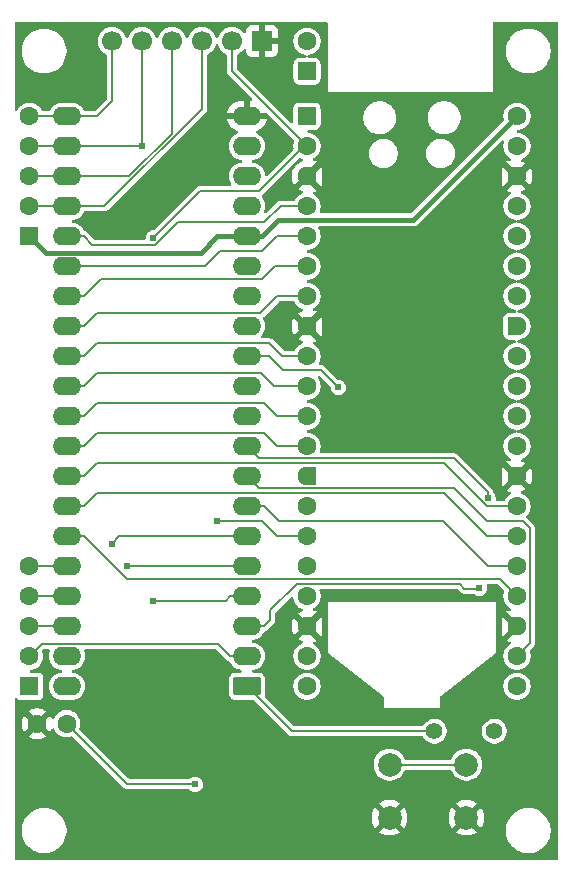
<source format=gbl>
G04 #@! TF.GenerationSoftware,KiCad,Pcbnew,9.0.4-9.0.4-0~ubuntu22.04.1*
G04 #@! TF.CreationDate,2025-10-25T09:08:59+09:00*
G04 #@! TF.ProjectId,Pico2MEMEmuCosmac,5069636f-324d-4454-9d45-6d75436f736d,1.0*
G04 #@! TF.SameCoordinates,PX68e7780PY7270e00*
G04 #@! TF.FileFunction,Copper,L2,Bot*
G04 #@! TF.FilePolarity,Positive*
%FSLAX46Y46*%
G04 Gerber Fmt 4.6, Leading zero omitted, Abs format (unit mm)*
G04 Created by KiCad (PCBNEW 9.0.4-9.0.4-0~ubuntu22.04.1) date 2025-10-25 09:08:59*
%MOMM*%
%LPD*%
G01*
G04 APERTURE LIST*
G04 Aperture macros list*
%AMRoundRect*
0 Rectangle with rounded corners*
0 $1 Rounding radius*
0 $2 $3 $4 $5 $6 $7 $8 $9 X,Y pos of 4 corners*
0 Add a 4 corners polygon primitive as box body*
4,1,4,$2,$3,$4,$5,$6,$7,$8,$9,$2,$3,0*
0 Add four circle primitives for the rounded corners*
1,1,$1+$1,$2,$3*
1,1,$1+$1,$4,$5*
1,1,$1+$1,$6,$7*
1,1,$1+$1,$8,$9*
0 Add four rect primitives between the rounded corners*
20,1,$1+$1,$2,$3,$4,$5,0*
20,1,$1+$1,$4,$5,$6,$7,0*
20,1,$1+$1,$6,$7,$8,$9,0*
20,1,$1+$1,$8,$9,$2,$3,0*%
%AMFreePoly0*
4,1,37,0.000000,0.796148,0.078414,0.796148,0.232228,0.765552,0.377117,0.705537,0.507515,0.618408,0.618408,0.507515,0.705537,0.377117,0.765552,0.232228,0.796148,0.078414,0.796148,-0.078414,0.765552,-0.232228,0.705537,-0.377117,0.618408,-0.507515,0.507515,-0.618408,0.377117,-0.705537,0.232228,-0.765552,0.078414,-0.796148,0.000000,-0.796148,0.000000,-0.800000,-0.600000,-0.800000,
-0.603843,-0.796157,-0.639018,-0.796157,-0.711114,-0.766294,-0.766294,-0.711114,-0.796157,-0.639018,-0.796157,-0.603843,-0.800000,-0.600000,-0.800000,0.600000,-0.796157,0.603843,-0.796157,0.639018,-0.766294,0.711114,-0.711114,0.766294,-0.639018,0.796157,-0.603843,0.796157,-0.600000,0.800000,0.000000,0.800000,0.000000,0.796148,0.000000,0.796148,$1*%
%AMFreePoly1*
4,1,37,0.603843,0.796157,0.639018,0.796157,0.711114,0.766294,0.766294,0.711114,0.796157,0.639018,0.796157,0.603843,0.800000,0.600000,0.800000,-0.600000,0.796157,-0.603843,0.796157,-0.639018,0.766294,-0.711114,0.711114,-0.766294,0.639018,-0.796157,0.603843,-0.796157,0.600000,-0.800000,0.000000,-0.800000,0.000000,-0.796148,-0.078414,-0.796148,-0.232228,-0.765552,-0.377117,-0.705537,
-0.507515,-0.618408,-0.618408,-0.507515,-0.705537,-0.377117,-0.765552,-0.232228,-0.796148,-0.078414,-0.796148,0.078414,-0.765552,0.232228,-0.705537,0.377117,-0.618408,0.507515,-0.507515,0.618408,-0.377117,0.705537,-0.232228,0.765552,-0.078414,0.796148,0.000000,0.796148,0.000000,0.800000,0.600000,0.800000,0.603843,0.796157,0.603843,0.796157,$1*%
G04 Aperture macros list end*
G04 #@! TA.AperFunction,ComponentPad*
%ADD10RoundRect,0.250000X0.950000X0.550000X-0.950000X0.550000X-0.950000X-0.550000X0.950000X-0.550000X0*%
G04 #@! TD*
G04 #@! TA.AperFunction,ComponentPad*
%ADD11O,2.400000X1.600000*%
G04 #@! TD*
G04 #@! TA.AperFunction,ComponentPad*
%ADD12C,1.600000*%
G04 #@! TD*
G04 #@! TA.AperFunction,ComponentPad*
%ADD13FreePoly0,0.000000*%
G04 #@! TD*
G04 #@! TA.AperFunction,ComponentPad*
%ADD14FreePoly1,0.000000*%
G04 #@! TD*
G04 #@! TA.AperFunction,ComponentPad*
%ADD15RoundRect,0.200000X-0.600000X-0.600000X0.600000X-0.600000X0.600000X0.600000X-0.600000X0.600000X0*%
G04 #@! TD*
G04 #@! TA.AperFunction,ComponentPad*
%ADD16RoundRect,0.250000X0.550000X-0.550000X0.550000X0.550000X-0.550000X0.550000X-0.550000X-0.550000X0*%
G04 #@! TD*
G04 #@! TA.AperFunction,ComponentPad*
%ADD17C,2.000000*%
G04 #@! TD*
G04 #@! TA.AperFunction,ComponentPad*
%ADD18R,1.600000X1.600000*%
G04 #@! TD*
G04 #@! TA.AperFunction,ComponentPad*
%ADD19R,1.700000X1.700000*%
G04 #@! TD*
G04 #@! TA.AperFunction,ComponentPad*
%ADD20C,1.700000*%
G04 #@! TD*
G04 #@! TA.AperFunction,ComponentPad*
%ADD21C,1.400000*%
G04 #@! TD*
G04 #@! TA.AperFunction,ViaPad*
%ADD22C,0.605000*%
G04 #@! TD*
G04 #@! TA.AperFunction,Conductor*
%ADD23C,0.152400*%
G04 #@! TD*
G04 #@! TA.AperFunction,Conductor*
%ADD24C,0.400000*%
G04 #@! TD*
G04 APERTURE END LIST*
D10*
X20175000Y15225000D03*
D11*
X20175000Y17765000D03*
X20175000Y20305000D03*
X20175000Y22845000D03*
X20175000Y25385000D03*
X20175000Y27925000D03*
X20175000Y30465000D03*
X20175000Y33005000D03*
X20175000Y35545000D03*
X20175000Y38085000D03*
X20175000Y40625000D03*
X20175000Y43165000D03*
X20175000Y45705000D03*
X20175000Y48245000D03*
X20175000Y50785000D03*
X20175000Y53325000D03*
X20175000Y55865000D03*
X20175000Y58405000D03*
X20175000Y60945000D03*
X20175000Y63485000D03*
X4935000Y63485000D03*
X4935000Y60945000D03*
X4935000Y58405000D03*
X4935000Y55865000D03*
X4935000Y53325000D03*
X4935000Y50785000D03*
X4935000Y48245000D03*
X4935000Y45705000D03*
X4935000Y43165000D03*
X4935000Y40625000D03*
X4935000Y38085000D03*
X4935000Y35545000D03*
X4935000Y33005000D03*
X4935000Y30465000D03*
X4935000Y27925000D03*
X4935000Y25385000D03*
X4935000Y22845000D03*
X4935000Y20305000D03*
X4935000Y17765000D03*
X4935000Y15225000D03*
D12*
X43035000Y63485000D03*
X43035000Y60945000D03*
D13*
X43035000Y58405000D03*
D12*
X43035000Y55865000D03*
X43035000Y53325000D03*
X43035000Y50785000D03*
X43035000Y48245000D03*
D13*
X43035000Y45705000D03*
D12*
X43035000Y43165000D03*
X43035000Y40625000D03*
X43035000Y38085000D03*
X43035000Y35545000D03*
D13*
X43035000Y33005000D03*
D12*
X43035000Y30465000D03*
X43035000Y27925000D03*
X43035000Y25385000D03*
X43035000Y22845000D03*
D13*
X43035000Y20305000D03*
D12*
X43035000Y17765000D03*
X43035000Y15225000D03*
X25255000Y15225000D03*
X25255000Y17765000D03*
D14*
X25255000Y20305000D03*
D12*
X25255000Y22845000D03*
X25255000Y25385000D03*
X25255000Y27925000D03*
X25255000Y30465000D03*
D14*
X25255000Y33005000D03*
D12*
X25255000Y35545000D03*
X25255000Y38085000D03*
X25255000Y40625000D03*
X25255000Y43165000D03*
D14*
X25255000Y45705000D03*
D12*
X25255000Y48245000D03*
X25255000Y50785000D03*
X25255000Y53325000D03*
X25255000Y55865000D03*
D14*
X25255000Y58405000D03*
D12*
X25255000Y60945000D03*
D15*
X25255000Y63485000D03*
D16*
X25255000Y67295000D03*
D12*
X25255000Y69835000D03*
D17*
X32250000Y8585000D03*
X38750000Y8585000D03*
X32250000Y4085000D03*
X38750000Y4085000D03*
D18*
X1760000Y53325000D03*
D12*
X1760000Y55865000D03*
X1760000Y58405000D03*
X1760000Y60945000D03*
X1760000Y63485000D03*
D18*
X1760000Y15225000D03*
D12*
X1760000Y17765000D03*
X1760000Y20305000D03*
X1760000Y22845000D03*
X1760000Y25385000D03*
D19*
X21445000Y69835000D03*
D20*
X18905000Y69835000D03*
X16365000Y69835000D03*
X13825000Y69835000D03*
X11285000Y69835000D03*
X8745000Y69835000D03*
D12*
X4915000Y12050000D03*
X2415000Y12050000D03*
D21*
X36050000Y11415000D03*
X41130000Y11415000D03*
D22*
X15788045Y6911955D03*
X12259400Y22463000D03*
X12259400Y53180500D03*
X11285000Y60945000D03*
X39860000Y23522550D03*
X40581714Y31129376D03*
X27925000Y40513400D03*
X17635000Y29195000D03*
X10015000Y25385000D03*
X8745000Y27290000D03*
D23*
X9380000Y27925000D02*
X8745000Y27290000D01*
X20175000Y27925000D02*
X9380000Y27925000D01*
X4935000Y58405000D02*
X10217534Y58405000D01*
X10217534Y58405000D02*
X13825000Y62012466D01*
X13825000Y62012466D02*
X13825000Y69835000D01*
X4935000Y55865000D02*
X8110000Y55865000D01*
X8110000Y55865000D02*
X16365000Y64120000D01*
X16365000Y64120000D02*
X16365000Y69835000D01*
X32250000Y8585000D02*
X38750000Y8585000D01*
X38750000Y8110000D02*
X38590000Y7950000D01*
X38750000Y8585000D02*
X38750000Y8110000D01*
X15788045Y6911955D02*
X15730000Y6970000D01*
X15730000Y6970000D02*
X9995000Y6970000D01*
X9995000Y6970000D02*
X4915000Y12050000D01*
X18905000Y69835000D02*
X18905000Y67295000D01*
X18905000Y67295000D02*
X25255000Y60945000D01*
X11285000Y69835000D02*
X11285000Y60945000D01*
X11285000Y60945000D02*
X4935000Y60945000D01*
X7475000Y63485000D02*
X8745000Y64755000D01*
X4935000Y63485000D02*
X7475000Y63485000D01*
X8745000Y64755000D02*
X8745000Y69835000D01*
D24*
X17635000Y53325000D02*
X16248400Y51938400D01*
X43035000Y63485000D02*
X34261600Y54711600D01*
X17635000Y53325000D02*
X20175000Y53325000D01*
X22831600Y54711600D02*
X21445000Y53325000D01*
X3146600Y51938400D02*
X1760000Y53325000D01*
X16248400Y51938400D02*
X3146600Y51938400D01*
X34261600Y54711600D02*
X22831600Y54711600D01*
X21445000Y53325000D02*
X20175000Y53325000D01*
D23*
X16213900Y57135000D02*
X12259400Y53180500D01*
X21187500Y57135000D02*
X16213900Y57135000D01*
X18744700Y22845000D02*
X20175000Y22845000D01*
X18362700Y22463000D02*
X18744700Y22845000D01*
X25255000Y60945000D02*
X24997500Y60945000D01*
X12259400Y22463000D02*
X18362700Y22463000D01*
X24997500Y60945000D02*
X21187500Y57135000D01*
X6365300Y35545000D02*
X7445500Y36625200D01*
X22715000Y35545000D02*
X25255000Y35545000D01*
X21634800Y36625200D02*
X22715000Y35545000D01*
X4935000Y35545000D02*
X6365300Y35545000D01*
X7445500Y36625200D02*
X21634800Y36625200D01*
X22715000Y38085000D02*
X25255000Y38085000D01*
X21634800Y39165200D02*
X22715000Y38085000D01*
X6365300Y38085000D02*
X7445500Y39165200D01*
X4935000Y38085000D02*
X6365300Y38085000D01*
X7445500Y39165200D02*
X21634800Y39165200D01*
X4935000Y60945000D02*
X1760000Y60945000D01*
X23985000Y11415000D02*
X20175000Y15225000D01*
X36050000Y11415000D02*
X23985000Y11415000D01*
X2791800Y18796800D02*
X17712900Y18796800D01*
X17712900Y18796800D02*
X18744700Y17765000D01*
X1760000Y17765000D02*
X2791800Y18796800D01*
X20175000Y17765000D02*
X18744700Y17765000D01*
X38195400Y23874600D02*
X24379600Y23874600D01*
X22160150Y20859850D02*
X21605300Y20305000D01*
X22160150Y21655150D02*
X22160150Y20859850D01*
X21605300Y20305000D02*
X20175000Y20305000D01*
X24379600Y23874600D02*
X22160150Y21655150D01*
X39817450Y23480000D02*
X38590000Y23480000D01*
X38590000Y23480000D02*
X38195400Y23874600D01*
X39860000Y23522550D02*
X39817450Y23480000D01*
X21605300Y30465000D02*
X20175000Y30465000D01*
X43035000Y25385000D02*
X40624044Y25385000D01*
X36814044Y29195000D02*
X22875300Y29195000D01*
X40624044Y25385000D02*
X36814044Y29195000D01*
X22875300Y29195000D02*
X21605300Y30465000D01*
X43035000Y17765000D02*
X44116800Y18846800D01*
X43540500Y29195000D02*
X40495000Y29195000D01*
X40495000Y29195000D02*
X37719600Y31970400D01*
X21209600Y31970400D02*
X20175000Y33005000D01*
X37719600Y31970400D02*
X21209600Y31970400D01*
X44116800Y28618700D02*
X43540500Y29195000D01*
X44116800Y18846800D02*
X44116800Y28618700D01*
X40581714Y31129376D02*
X40581714Y31648286D01*
X40581714Y31648286D02*
X37714600Y34515400D01*
X37714600Y34515400D02*
X21204600Y34515400D01*
X21204600Y34515400D02*
X20175000Y35545000D01*
X23234000Y42011000D02*
X26427400Y42011000D01*
X20175000Y43165000D02*
X22080000Y43165000D01*
X26427400Y42011000D02*
X27925000Y40513400D01*
X22080000Y43165000D02*
X23234000Y42011000D01*
X21445000Y29195000D02*
X22715000Y27925000D01*
X17635000Y29195000D02*
X21445000Y29195000D01*
X22715000Y27925000D02*
X24997500Y27925000D01*
X4935000Y20305000D02*
X1760000Y20305000D01*
X4935000Y22845000D02*
X1760000Y22845000D01*
X4935000Y25385000D02*
X1760000Y25385000D01*
X43035000Y22845000D02*
X41571000Y24309000D01*
X6365300Y27925000D02*
X4935000Y27925000D01*
X41571000Y24309000D02*
X9981300Y24309000D01*
X9981300Y24309000D02*
X6365300Y27925000D01*
X40495000Y27925000D02*
X36874604Y31545396D01*
X36874604Y31545396D02*
X7445696Y31545396D01*
X6365300Y30465000D02*
X4935000Y30465000D01*
X43035000Y27925000D02*
X40495000Y27925000D01*
X7445696Y31545396D02*
X6365300Y30465000D01*
X36877603Y34082397D02*
X40495000Y30465000D01*
X4935000Y33005000D02*
X6365300Y33005000D01*
X40495000Y30465000D02*
X43035000Y30465000D01*
X7442697Y34082397D02*
X36877603Y34082397D01*
X6365300Y33005000D02*
X7442697Y34082397D01*
X7445500Y41705200D02*
X21346856Y41705200D01*
X22427056Y40625000D02*
X25255000Y40625000D01*
X21346856Y41705200D02*
X22427056Y40625000D01*
X6365300Y40625000D02*
X7445500Y41705200D01*
X4935000Y40625000D02*
X6365300Y40625000D01*
X7445500Y44245200D02*
X22080000Y44245200D01*
X25255000Y43165000D02*
X23160200Y43165000D01*
X4935000Y43165000D02*
X6365300Y43165000D01*
X23160200Y43165000D02*
X22080000Y44245200D01*
X6365300Y43165000D02*
X7445500Y44245200D01*
X22715000Y48245000D02*
X25255000Y48245000D01*
X7507900Y46847600D02*
X21317600Y46847600D01*
X21317600Y46847600D02*
X22715000Y48245000D01*
X6365300Y45705000D02*
X7507900Y46847600D01*
X4935000Y45705000D02*
X6365300Y45705000D01*
X4935000Y48245000D02*
X6365300Y48245000D01*
X21445000Y49696000D02*
X7816300Y49696000D01*
X25255000Y50785000D02*
X22534000Y50785000D01*
X7816300Y49696000D02*
X6365300Y48245000D01*
X22534000Y50785000D02*
X21445000Y49696000D01*
X4935000Y50785000D02*
X16636000Y50785000D01*
X16636000Y50785000D02*
X17906000Y52055000D01*
X22715000Y53325000D02*
X21445000Y52055000D01*
X17906000Y52055000D02*
X21445000Y52055000D01*
X25255000Y53325000D02*
X22715000Y53325000D01*
X14327600Y54489700D02*
X12429400Y52591500D01*
X21649300Y54489700D02*
X23024600Y55865000D01*
X23024600Y55865000D02*
X25255000Y55865000D01*
X7098800Y52591500D02*
X6365300Y53325000D01*
X14327600Y54489700D02*
X21649300Y54489700D01*
X12429400Y52591500D02*
X7098800Y52591500D01*
X4935000Y53325000D02*
X6365300Y53325000D01*
X4935000Y55865000D02*
X1760000Y55865000D01*
X4935000Y58405000D02*
X1760000Y58405000D01*
X4935000Y63485000D02*
X1760000Y63485000D01*
X20175000Y25385000D02*
X10015000Y25385000D01*
G04 #@! TA.AperFunction,Conductor*
G36*
X26943039Y71480315D02*
G01*
X26988794Y71427511D01*
X27000000Y71376000D01*
X27000000Y65500000D01*
X41000000Y65500000D01*
X41000000Y69124559D01*
X42099500Y69124559D01*
X42099500Y68875442D01*
X42099501Y68875425D01*
X42131933Y68629075D01*
X42132018Y68628435D01*
X42138905Y68602732D01*
X42196498Y68387793D01*
X42291830Y68157639D01*
X42291837Y68157624D01*
X42416400Y67941874D01*
X42568060Y67744226D01*
X42568066Y67744219D01*
X42744218Y67568067D01*
X42744225Y67568061D01*
X42941873Y67416401D01*
X43157623Y67291838D01*
X43157638Y67291831D01*
X43256825Y67250747D01*
X43387793Y67196498D01*
X43628435Y67132018D01*
X43875435Y67099500D01*
X43875442Y67099500D01*
X44124558Y67099500D01*
X44124565Y67099500D01*
X44371565Y67132018D01*
X44612207Y67196498D01*
X44842373Y67291836D01*
X45058127Y67416401D01*
X45255776Y67568062D01*
X45431938Y67744224D01*
X45583599Y67941873D01*
X45708164Y68157627D01*
X45803502Y68387793D01*
X45867982Y68628435D01*
X45900500Y68875435D01*
X45900500Y69124565D01*
X45867982Y69371565D01*
X45803502Y69612207D01*
X45708164Y69842373D01*
X45674416Y69900826D01*
X45583599Y70058127D01*
X45431939Y70255775D01*
X45431933Y70255782D01*
X45255781Y70431934D01*
X45255774Y70431940D01*
X45058126Y70583600D01*
X44842376Y70708163D01*
X44842361Y70708170D01*
X44612207Y70803502D01*
X44371561Y70867983D01*
X44124575Y70900499D01*
X44124570Y70900500D01*
X44124565Y70900500D01*
X43875435Y70900500D01*
X43875429Y70900500D01*
X43875424Y70900499D01*
X43628438Y70867983D01*
X43387792Y70803502D01*
X43157638Y70708170D01*
X43157623Y70708163D01*
X42941873Y70583600D01*
X42744225Y70431940D01*
X42744218Y70431934D01*
X42568066Y70255782D01*
X42568060Y70255775D01*
X42416400Y70058127D01*
X42291837Y69842377D01*
X42291830Y69842362D01*
X42196498Y69612208D01*
X42132017Y69371562D01*
X42099501Y69124576D01*
X42099500Y69124559D01*
X41000000Y69124559D01*
X41000000Y71376000D01*
X41019685Y71443039D01*
X41072489Y71488794D01*
X41124000Y71500000D01*
X46376000Y71500000D01*
X46443039Y71480315D01*
X46488794Y71427511D01*
X46500000Y71376000D01*
X46500000Y624000D01*
X46480315Y556961D01*
X46427511Y511206D01*
X46376000Y500000D01*
X624000Y500000D01*
X556961Y519685D01*
X511206Y572489D01*
X500000Y624000D01*
X500000Y3124559D01*
X1099500Y3124559D01*
X1099500Y2875442D01*
X1099501Y2875425D01*
X1132017Y2628439D01*
X1196498Y2387793D01*
X1291830Y2157639D01*
X1291837Y2157624D01*
X1416400Y1941874D01*
X1568060Y1744226D01*
X1568066Y1744219D01*
X1744218Y1568067D01*
X1744225Y1568061D01*
X1941873Y1416401D01*
X2157623Y1291838D01*
X2157638Y1291831D01*
X2256825Y1250747D01*
X2387793Y1196498D01*
X2628435Y1132018D01*
X2875435Y1099500D01*
X2875442Y1099500D01*
X3124558Y1099500D01*
X3124565Y1099500D01*
X3371565Y1132018D01*
X3612207Y1196498D01*
X3842373Y1291836D01*
X4058127Y1416401D01*
X4255776Y1568062D01*
X4431938Y1744224D01*
X4583599Y1941873D01*
X4708164Y2157627D01*
X4803502Y2387793D01*
X4867982Y2628435D01*
X4900500Y2875435D01*
X4900500Y3124565D01*
X4867982Y3371565D01*
X4803502Y3612207D01*
X4708164Y3842373D01*
X4583599Y4058127D01*
X4526578Y4132439D01*
X4472394Y4203053D01*
X30750000Y4203053D01*
X30750000Y3966948D01*
X30786934Y3733753D01*
X30859897Y3509198D01*
X30967087Y3298826D01*
X31027338Y3215896D01*
X31027340Y3215895D01*
X31726212Y3914767D01*
X31737482Y3872708D01*
X31809890Y3747292D01*
X31912292Y3644890D01*
X32037708Y3572482D01*
X32079765Y3561213D01*
X31380893Y2862342D01*
X31463828Y2802086D01*
X31674197Y2694898D01*
X31898752Y2621935D01*
X31898751Y2621935D01*
X32131948Y2585000D01*
X32368052Y2585000D01*
X32601247Y2621935D01*
X32825802Y2694898D01*
X33036163Y2802082D01*
X33036169Y2802086D01*
X33119104Y2862342D01*
X33119105Y2862342D01*
X32420233Y3561213D01*
X32462292Y3572482D01*
X32587708Y3644890D01*
X32690110Y3747292D01*
X32762518Y3872708D01*
X32773787Y3914766D01*
X33472658Y3215895D01*
X33472658Y3215896D01*
X33532914Y3298831D01*
X33532918Y3298837D01*
X33640102Y3509198D01*
X33713065Y3733753D01*
X33750000Y3966948D01*
X33750000Y4203053D01*
X37250000Y4203053D01*
X37250000Y3966948D01*
X37286934Y3733753D01*
X37359897Y3509198D01*
X37467087Y3298826D01*
X37527338Y3215896D01*
X37527340Y3215895D01*
X38226212Y3914767D01*
X38237482Y3872708D01*
X38309890Y3747292D01*
X38412292Y3644890D01*
X38537708Y3572482D01*
X38579765Y3561213D01*
X37880893Y2862342D01*
X37963828Y2802086D01*
X38174197Y2694898D01*
X38398752Y2621935D01*
X38398751Y2621935D01*
X38631948Y2585000D01*
X38868052Y2585000D01*
X39101247Y2621935D01*
X39325802Y2694898D01*
X39536163Y2802082D01*
X39536169Y2802086D01*
X39619104Y2862342D01*
X39619105Y2862342D01*
X39356888Y3124559D01*
X42099500Y3124559D01*
X42099500Y2875442D01*
X42099501Y2875425D01*
X42132017Y2628439D01*
X42196498Y2387793D01*
X42291830Y2157639D01*
X42291837Y2157624D01*
X42416400Y1941874D01*
X42568060Y1744226D01*
X42568066Y1744219D01*
X42744218Y1568067D01*
X42744225Y1568061D01*
X42941873Y1416401D01*
X43157623Y1291838D01*
X43157638Y1291831D01*
X43256825Y1250747D01*
X43387793Y1196498D01*
X43628435Y1132018D01*
X43875435Y1099500D01*
X43875442Y1099500D01*
X44124558Y1099500D01*
X44124565Y1099500D01*
X44371565Y1132018D01*
X44612207Y1196498D01*
X44842373Y1291836D01*
X45058127Y1416401D01*
X45255776Y1568062D01*
X45431938Y1744224D01*
X45583599Y1941873D01*
X45708164Y2157627D01*
X45803502Y2387793D01*
X45867982Y2628435D01*
X45900500Y2875435D01*
X45900500Y3124565D01*
X45867982Y3371565D01*
X45803502Y3612207D01*
X45708164Y3842373D01*
X45583599Y4058127D01*
X45526578Y4132439D01*
X45431939Y4255775D01*
X45431933Y4255782D01*
X45255781Y4431934D01*
X45255774Y4431940D01*
X45058126Y4583600D01*
X44842376Y4708163D01*
X44842361Y4708170D01*
X44612207Y4803502D01*
X44371561Y4867983D01*
X44124575Y4900499D01*
X44124570Y4900500D01*
X44124565Y4900500D01*
X43875435Y4900500D01*
X43875429Y4900500D01*
X43875424Y4900499D01*
X43628438Y4867983D01*
X43387792Y4803502D01*
X43157638Y4708170D01*
X43157623Y4708163D01*
X42941873Y4583600D01*
X42744225Y4431940D01*
X42744218Y4431934D01*
X42568066Y4255782D01*
X42568060Y4255775D01*
X42416400Y4058127D01*
X42291837Y3842377D01*
X42291830Y3842362D01*
X42196498Y3612208D01*
X42132017Y3371562D01*
X42099501Y3124576D01*
X42099500Y3124559D01*
X39356888Y3124559D01*
X38920233Y3561213D01*
X38962292Y3572482D01*
X39087708Y3644890D01*
X39190110Y3747292D01*
X39262518Y3872708D01*
X39273787Y3914767D01*
X39972658Y3215895D01*
X40032914Y3298831D01*
X40032918Y3298837D01*
X40140102Y3509198D01*
X40213065Y3733753D01*
X40250000Y3966948D01*
X40250000Y4203053D01*
X40213065Y4436248D01*
X40140102Y4660803D01*
X40032914Y4871172D01*
X39972658Y4954106D01*
X39972658Y4954107D01*
X39273787Y4255235D01*
X39262518Y4297292D01*
X39190110Y4422708D01*
X39087708Y4525110D01*
X38962292Y4597518D01*
X38920234Y4608788D01*
X39619105Y5307660D01*
X39619104Y5307662D01*
X39536174Y5367913D01*
X39325802Y5475103D01*
X39101247Y5548066D01*
X39101248Y5548066D01*
X38868052Y5585000D01*
X38631948Y5585000D01*
X38398752Y5548066D01*
X38174197Y5475103D01*
X37963830Y5367916D01*
X37880894Y5307660D01*
X38579766Y4608788D01*
X38537708Y4597518D01*
X38412292Y4525110D01*
X38309890Y4422708D01*
X38237482Y4297292D01*
X38226212Y4255234D01*
X37527340Y4954106D01*
X37467084Y4871170D01*
X37359897Y4660803D01*
X37286934Y4436248D01*
X37250000Y4203053D01*
X33750000Y4203053D01*
X33713065Y4436248D01*
X33640102Y4660803D01*
X33532914Y4871172D01*
X33472658Y4954106D01*
X33472658Y4954107D01*
X32773787Y4255235D01*
X32762518Y4297292D01*
X32690110Y4422708D01*
X32587708Y4525110D01*
X32462292Y4597518D01*
X32420234Y4608788D01*
X33119105Y5307660D01*
X33119104Y5307661D01*
X33036174Y5367913D01*
X32825802Y5475103D01*
X32601247Y5548066D01*
X32601248Y5548066D01*
X32368052Y5585000D01*
X32131948Y5585000D01*
X31898752Y5548066D01*
X31674197Y5475103D01*
X31463830Y5367916D01*
X31380894Y5307660D01*
X32079766Y4608788D01*
X32037708Y4597518D01*
X31912292Y4525110D01*
X31809890Y4422708D01*
X31737482Y4297292D01*
X31726212Y4255235D01*
X31027340Y4954106D01*
X30967084Y4871170D01*
X30859897Y4660803D01*
X30786934Y4436248D01*
X30750000Y4203053D01*
X4472394Y4203053D01*
X4431939Y4255775D01*
X4431933Y4255782D01*
X4255781Y4431934D01*
X4255774Y4431940D01*
X4058126Y4583600D01*
X3842376Y4708163D01*
X3842361Y4708170D01*
X3612207Y4803502D01*
X3371561Y4867983D01*
X3124575Y4900499D01*
X3124570Y4900500D01*
X3124565Y4900500D01*
X2875435Y4900500D01*
X2875429Y4900500D01*
X2875424Y4900499D01*
X2628438Y4867983D01*
X2387792Y4803502D01*
X2157638Y4708170D01*
X2157623Y4708163D01*
X1941873Y4583600D01*
X1744225Y4431940D01*
X1744218Y4431934D01*
X1568066Y4255782D01*
X1568060Y4255775D01*
X1416400Y4058127D01*
X1291837Y3842377D01*
X1291830Y3842362D01*
X1196498Y3612208D01*
X1132017Y3371562D01*
X1099501Y3124576D01*
X1099500Y3124559D01*
X500000Y3124559D01*
X500000Y12152318D01*
X1115000Y12152318D01*
X1115000Y11947683D01*
X1147009Y11745583D01*
X1210244Y11550969D01*
X1303141Y11368650D01*
X1303147Y11368641D01*
X1335523Y11324079D01*
X1335524Y11324078D01*
X2015000Y12003554D01*
X2015000Y11997339D01*
X2042259Y11895606D01*
X2094920Y11804394D01*
X2169394Y11729920D01*
X2260606Y11677259D01*
X2362339Y11650000D01*
X2368553Y11650000D01*
X1689076Y10970526D01*
X1733650Y10938141D01*
X1915968Y10845245D01*
X2110582Y10782010D01*
X2312683Y10750000D01*
X2517317Y10750000D01*
X2719417Y10782010D01*
X2914031Y10845245D01*
X3096349Y10938141D01*
X3140921Y10970526D01*
X2461447Y11650000D01*
X2467661Y11650000D01*
X2569394Y11677259D01*
X2660606Y11729920D01*
X2735080Y11804394D01*
X2787741Y11895606D01*
X2815000Y11997339D01*
X2815000Y12003553D01*
X3494474Y11324079D01*
X3526859Y11368651D01*
X3619755Y11550970D01*
X3627814Y11575774D01*
X3667250Y11633450D01*
X3731607Y11660650D01*
X3800454Y11648738D01*
X3851931Y11601496D01*
X3856230Y11593755D01*
X3931004Y11447005D01*
X4037441Y11300506D01*
X4037445Y11300501D01*
X4165500Y11172446D01*
X4165505Y11172442D01*
X4253394Y11108588D01*
X4312006Y11066004D01*
X4417484Y11012260D01*
X4473360Y10983789D01*
X4473363Y10983788D01*
X4523540Y10967485D01*
X4645591Y10927829D01*
X4728429Y10914709D01*
X4824449Y10899500D01*
X4824454Y10899500D01*
X5005551Y10899500D01*
X5133305Y10919735D01*
X5184409Y10927829D01*
X5300319Y10965491D01*
X5370156Y10967485D01*
X5426315Y10935240D01*
X9733000Y6628555D01*
X9830300Y6572379D01*
X9938824Y6543300D01*
X10051176Y6543300D01*
X15183108Y6543300D01*
X15250147Y6523615D01*
X15278968Y6497957D01*
X15280833Y6495684D01*
X15371779Y6404738D01*
X15371782Y6404736D01*
X15478733Y6333274D01*
X15597572Y6284049D01*
X15723725Y6258956D01*
X15723729Y6258955D01*
X15723730Y6258955D01*
X15852361Y6258955D01*
X15852362Y6258956D01*
X15978518Y6284049D01*
X16097357Y6333274D01*
X16204308Y6404736D01*
X16295264Y6495692D01*
X16366726Y6602643D01*
X16415951Y6721482D01*
X16441045Y6847640D01*
X16441045Y6976270D01*
X16415951Y7102428D01*
X16366726Y7221267D01*
X16295264Y7328218D01*
X16295262Y7328221D01*
X16204310Y7419173D01*
X16150832Y7454905D01*
X16097357Y7490636D01*
X15978518Y7539861D01*
X15978510Y7539863D01*
X15852364Y7564955D01*
X15852360Y7564955D01*
X15723730Y7564955D01*
X15723725Y7564955D01*
X15597579Y7539863D01*
X15597571Y7539861D01*
X15478730Y7490636D01*
X15369422Y7417598D01*
X15302745Y7396720D01*
X15300532Y7396700D01*
X10223107Y7396700D01*
X10156068Y7416385D01*
X10135426Y7433019D01*
X8877158Y8691287D01*
X30899500Y8691287D01*
X30899500Y8478713D01*
X30932754Y8268757D01*
X30998442Y8066590D01*
X30998444Y8066586D01*
X31094951Y7877180D01*
X31219890Y7705214D01*
X31370213Y7554891D01*
X31542179Y7429952D01*
X31542181Y7429951D01*
X31542184Y7429949D01*
X31731588Y7333443D01*
X31933757Y7267754D01*
X32143713Y7234500D01*
X32143714Y7234500D01*
X32356286Y7234500D01*
X32356287Y7234500D01*
X32566243Y7267754D01*
X32768412Y7333443D01*
X32957816Y7429949D01*
X33041345Y7490636D01*
X33129786Y7554891D01*
X33129788Y7554894D01*
X33129792Y7554896D01*
X33280104Y7705208D01*
X33280106Y7705212D01*
X33280109Y7705214D01*
X33405048Y7877180D01*
X33405047Y7877180D01*
X33405051Y7877184D01*
X33501557Y8066588D01*
X33503517Y8072619D01*
X33542955Y8130294D01*
X33607314Y8157492D01*
X33621448Y8158300D01*
X37378552Y8158300D01*
X37445591Y8138615D01*
X37491346Y8085811D01*
X37496483Y8072619D01*
X37498442Y8066590D01*
X37594951Y7877180D01*
X37719890Y7705214D01*
X37870213Y7554891D01*
X38042179Y7429952D01*
X38042181Y7429951D01*
X38042184Y7429949D01*
X38231588Y7333443D01*
X38433757Y7267754D01*
X38643713Y7234500D01*
X38643714Y7234500D01*
X38856286Y7234500D01*
X38856287Y7234500D01*
X39066243Y7267754D01*
X39268412Y7333443D01*
X39457816Y7429949D01*
X39541345Y7490636D01*
X39629786Y7554891D01*
X39629788Y7554894D01*
X39629792Y7554896D01*
X39780104Y7705208D01*
X39780106Y7705212D01*
X39780109Y7705214D01*
X39905048Y7877180D01*
X39905047Y7877180D01*
X39905051Y7877184D01*
X40001557Y8066588D01*
X40067246Y8268757D01*
X40100500Y8478713D01*
X40100500Y8691287D01*
X40067246Y8901243D01*
X40001557Y9103412D01*
X39905051Y9292816D01*
X39905049Y9292819D01*
X39905048Y9292821D01*
X39780109Y9464787D01*
X39629786Y9615110D01*
X39457820Y9740049D01*
X39268414Y9836556D01*
X39268413Y9836557D01*
X39268412Y9836557D01*
X39066243Y9902246D01*
X39066241Y9902247D01*
X39066240Y9902247D01*
X38904957Y9927792D01*
X38856287Y9935500D01*
X38643713Y9935500D01*
X38595042Y9927792D01*
X38433760Y9902247D01*
X38231585Y9836556D01*
X38042179Y9740049D01*
X37870213Y9615110D01*
X37719890Y9464787D01*
X37594951Y9292821D01*
X37498442Y9103411D01*
X37496483Y9097381D01*
X37457045Y9039706D01*
X37392686Y9012508D01*
X37378552Y9011700D01*
X33621448Y9011700D01*
X33554409Y9031385D01*
X33508654Y9084189D01*
X33503517Y9097381D01*
X33501557Y9103411D01*
X33501557Y9103412D01*
X33405051Y9292816D01*
X33405049Y9292819D01*
X33405048Y9292821D01*
X33280109Y9464787D01*
X33129786Y9615110D01*
X32957820Y9740049D01*
X32768414Y9836556D01*
X32768413Y9836557D01*
X32768412Y9836557D01*
X32566243Y9902246D01*
X32566241Y9902247D01*
X32566240Y9902247D01*
X32404957Y9927792D01*
X32356287Y9935500D01*
X32143713Y9935500D01*
X32095042Y9927792D01*
X31933760Y9902247D01*
X31731585Y9836556D01*
X31542179Y9740049D01*
X31370213Y9615110D01*
X31219890Y9464787D01*
X31094951Y9292821D01*
X30998444Y9103415D01*
X30932753Y8901240D01*
X30899500Y8691287D01*
X8877158Y8691287D01*
X6029760Y11538685D01*
X5996275Y11600008D01*
X5999509Y11664680D01*
X6037171Y11780591D01*
X6046850Y11841700D01*
X6065500Y11959449D01*
X6065500Y12140552D01*
X6040941Y12295606D01*
X6037171Y12319409D01*
X5981211Y12491639D01*
X5981211Y12491640D01*
X5951967Y12549033D01*
X5898996Y12652994D01*
X5885396Y12671713D01*
X5792558Y12799495D01*
X5792554Y12799500D01*
X5664499Y12927555D01*
X5664494Y12927559D01*
X5517997Y13033994D01*
X5517996Y13033995D01*
X5517994Y13033996D01*
X5466300Y13060336D01*
X5356639Y13116212D01*
X5356636Y13116213D01*
X5184410Y13172171D01*
X5005551Y13200500D01*
X5005546Y13200500D01*
X4824454Y13200500D01*
X4824449Y13200500D01*
X4645589Y13172171D01*
X4473363Y13116213D01*
X4473360Y13116212D01*
X4312002Y13033994D01*
X4165505Y12927559D01*
X4165500Y12927555D01*
X4037445Y12799500D01*
X4037441Y12799495D01*
X3931004Y12652996D01*
X3856230Y12506246D01*
X3808255Y12455451D01*
X3740434Y12438656D01*
X3674300Y12461194D01*
X3630849Y12515910D01*
X3627814Y12524226D01*
X3619754Y12549033D01*
X3526859Y12731350D01*
X3494474Y12775923D01*
X3494474Y12775924D01*
X2815000Y12096449D01*
X2815000Y12102661D01*
X2787741Y12204394D01*
X2735080Y12295606D01*
X2660606Y12370080D01*
X2569394Y12422741D01*
X2467661Y12450000D01*
X2461446Y12450000D01*
X3140922Y13129476D01*
X3140921Y13129477D01*
X3096359Y13161853D01*
X3096350Y13161859D01*
X2914031Y13254756D01*
X2719417Y13317991D01*
X2517317Y13350000D01*
X2312683Y13350000D01*
X2110582Y13317991D01*
X1915968Y13254756D01*
X1733644Y13161857D01*
X1689077Y13129477D01*
X1689077Y13129476D01*
X2368554Y12450000D01*
X2362339Y12450000D01*
X2260606Y12422741D01*
X2169394Y12370080D01*
X2094920Y12295606D01*
X2042259Y12204394D01*
X2015000Y12102661D01*
X2015000Y12096447D01*
X1335524Y12775923D01*
X1335523Y12775923D01*
X1303143Y12731356D01*
X1210244Y12549032D01*
X1147009Y12354418D01*
X1115000Y12152318D01*
X500000Y12152318D01*
X500000Y14089956D01*
X519685Y14156995D01*
X572489Y14202750D01*
X641647Y14212694D01*
X705203Y14183669D01*
X711681Y14177637D01*
X753514Y14135804D01*
X753515Y14135804D01*
X753517Y14135802D01*
X858607Y14084427D01*
X892673Y14079464D01*
X926739Y14074500D01*
X926740Y14074500D01*
X2593261Y14074500D01*
X2615971Y14077809D01*
X2661393Y14084427D01*
X2766483Y14135802D01*
X2849198Y14218517D01*
X2900573Y14323607D01*
X2910500Y14391740D01*
X2910500Y16058260D01*
X2900573Y16126393D01*
X2849198Y16231483D01*
X2849196Y16231485D01*
X2849196Y16231486D01*
X2766485Y16314197D01*
X2661391Y16365574D01*
X2593261Y16375500D01*
X2593260Y16375500D01*
X1917131Y16375500D01*
X1850092Y16395185D01*
X1804337Y16447989D01*
X1794393Y16517147D01*
X1823418Y16580703D01*
X1882196Y16618477D01*
X1897733Y16621973D01*
X1955408Y16631109D01*
X2029409Y16642829D01*
X2201639Y16698789D01*
X2362994Y16781004D01*
X2509501Y16887447D01*
X2637553Y17015499D01*
X2743996Y17162006D01*
X2826211Y17323361D01*
X2882171Y17495591D01*
X2896765Y17587741D01*
X2910500Y17674449D01*
X2910500Y17855552D01*
X2882171Y18034408D01*
X2882171Y18034409D01*
X2844509Y18150320D01*
X2844075Y18165532D01*
X2838757Y18179791D01*
X2843098Y18199746D01*
X2842515Y18220158D01*
X2850603Y18234246D01*
X2853610Y18248064D01*
X2874756Y18276313D01*
X2932228Y18333783D01*
X2993552Y18367267D01*
X3019908Y18370100D01*
X3351229Y18370100D01*
X3418268Y18350415D01*
X3464023Y18297611D01*
X3473967Y18228453D01*
X3469160Y18207782D01*
X3412829Y18034411D01*
X3384500Y17855552D01*
X3384500Y17674449D01*
X3412829Y17495590D01*
X3468787Y17323364D01*
X3468788Y17323361D01*
X3524664Y17213700D01*
X3538168Y17187197D01*
X3551006Y17162003D01*
X3657441Y17015506D01*
X3657445Y17015501D01*
X3785500Y16887446D01*
X3785505Y16887442D01*
X3913287Y16794604D01*
X3932006Y16781004D01*
X4037484Y16727260D01*
X4093360Y16698789D01*
X4093363Y16698788D01*
X4179476Y16670809D01*
X4265591Y16642829D01*
X4338639Y16631260D01*
X4425678Y16617473D01*
X4488813Y16587544D01*
X4525744Y16528232D01*
X4524746Y16458369D01*
X4486136Y16400137D01*
X4425678Y16372527D01*
X4265589Y16347171D01*
X4093363Y16291213D01*
X4093360Y16291212D01*
X3932002Y16208994D01*
X3785505Y16102559D01*
X3785500Y16102555D01*
X3657445Y15974500D01*
X3657441Y15974495D01*
X3551006Y15827998D01*
X3468788Y15666640D01*
X3468787Y15666637D01*
X3412829Y15494411D01*
X3384500Y15315552D01*
X3384500Y15134449D01*
X3412829Y14955590D01*
X3468787Y14783364D01*
X3468788Y14783361D01*
X3524664Y14673700D01*
X3544062Y14635630D01*
X3551006Y14622003D01*
X3657441Y14475506D01*
X3657445Y14475501D01*
X3785500Y14347446D01*
X3785505Y14347442D01*
X3844744Y14304403D01*
X3932006Y14241004D01*
X4037484Y14187260D01*
X4093360Y14158789D01*
X4093363Y14158788D01*
X4164103Y14135804D01*
X4265591Y14102829D01*
X4346862Y14089957D01*
X4444449Y14074500D01*
X4444454Y14074500D01*
X5425551Y14074500D01*
X5512259Y14088235D01*
X5604409Y14102829D01*
X5776639Y14158789D01*
X5937994Y14241004D01*
X6084501Y14347447D01*
X6212553Y14475499D01*
X6318996Y14622006D01*
X6401211Y14783361D01*
X6457171Y14955591D01*
X6471765Y15047741D01*
X6485500Y15134449D01*
X6485500Y15315552D01*
X6469019Y15419603D01*
X6457171Y15494409D01*
X6401211Y15666639D01*
X6401211Y15666640D01*
X6325945Y15814355D01*
X6318996Y15827994D01*
X6305396Y15846713D01*
X6212558Y15974495D01*
X6212554Y15974500D01*
X6084499Y16102555D01*
X6084494Y16102559D01*
X5937997Y16208994D01*
X5937996Y16208995D01*
X5937994Y16208996D01*
X5869566Y16243862D01*
X5776639Y16291212D01*
X5776636Y16291213D01*
X5604410Y16347171D01*
X5444321Y16372527D01*
X5381186Y16402456D01*
X5344255Y16461768D01*
X5345253Y16531630D01*
X5383863Y16589863D01*
X5444321Y16617473D01*
X5514425Y16628578D01*
X5604409Y16642829D01*
X5776639Y16698789D01*
X5937994Y16781004D01*
X6084501Y16887447D01*
X6212553Y17015499D01*
X6318996Y17162006D01*
X6401211Y17323361D01*
X6457171Y17495591D01*
X6471765Y17587741D01*
X6485500Y17674449D01*
X6485500Y17855552D01*
X6460228Y18015106D01*
X6457171Y18034409D01*
X6414567Y18165532D01*
X6400840Y18207782D01*
X6398845Y18277624D01*
X6434926Y18337456D01*
X6497627Y18368284D01*
X6518771Y18370100D01*
X17484793Y18370100D01*
X17551832Y18350415D01*
X17572472Y18333783D01*
X18403255Y17503000D01*
X18482700Y17423555D01*
X18580000Y17367379D01*
X18649852Y17348663D01*
X18709509Y17312300D01*
X18728241Y17285184D01*
X18778168Y17187197D01*
X18791006Y17162003D01*
X18897441Y17015506D01*
X18897445Y17015501D01*
X19025500Y16887446D01*
X19025505Y16887442D01*
X19153287Y16794604D01*
X19172006Y16781004D01*
X19277484Y16727260D01*
X19333360Y16698789D01*
X19333363Y16698788D01*
X19419476Y16670809D01*
X19505591Y16642829D01*
X19633089Y16622636D01*
X19637271Y16621973D01*
X19700405Y16592044D01*
X19737337Y16532733D01*
X19736339Y16462870D01*
X19697729Y16404637D01*
X19633766Y16376523D01*
X19617873Y16375500D01*
X19185636Y16375500D01*
X19068246Y16360047D01*
X19068237Y16360044D01*
X18922160Y16299537D01*
X18796718Y16203282D01*
X18700463Y16077840D01*
X18639956Y15931763D01*
X18639955Y15931761D01*
X18624501Y15814371D01*
X18624501Y15814364D01*
X18624500Y15814355D01*
X18624500Y14635637D01*
X18639953Y14518247D01*
X18639956Y14518239D01*
X18639956Y14518238D01*
X18700464Y14372159D01*
X18796718Y14246718D01*
X18922159Y14150464D01*
X19068238Y14089956D01*
X19185639Y14074500D01*
X20670692Y14074501D01*
X20737731Y14054816D01*
X20758373Y14038182D01*
X23643555Y11153000D01*
X23723000Y11073555D01*
X23723001Y11073554D01*
X23723003Y11073553D01*
X23771650Y11045467D01*
X23820300Y11017379D01*
X23928824Y10988300D01*
X35006840Y10988300D01*
X35073879Y10968615D01*
X35116196Y10922757D01*
X35119055Y10917408D01*
X35234024Y10745343D01*
X35380342Y10599025D01*
X35380345Y10599023D01*
X35552402Y10484059D01*
X35743580Y10404870D01*
X35946530Y10364501D01*
X35946534Y10364500D01*
X35946535Y10364500D01*
X36153466Y10364500D01*
X36153467Y10364501D01*
X36356420Y10404870D01*
X36547598Y10484059D01*
X36719655Y10599023D01*
X36865977Y10745345D01*
X36980941Y10917402D01*
X37060130Y11108580D01*
X37100500Y11311535D01*
X37100500Y11518465D01*
X37100499Y11518470D01*
X40079500Y11518470D01*
X40079500Y11311531D01*
X40119868Y11108588D01*
X40119870Y11108580D01*
X40199058Y10917404D01*
X40314024Y10745343D01*
X40460342Y10599025D01*
X40460345Y10599023D01*
X40632402Y10484059D01*
X40823580Y10404870D01*
X41026530Y10364501D01*
X41026534Y10364500D01*
X41026535Y10364500D01*
X41233466Y10364500D01*
X41233467Y10364501D01*
X41436420Y10404870D01*
X41627598Y10484059D01*
X41799655Y10599023D01*
X41945977Y10745345D01*
X42060941Y10917402D01*
X42140130Y11108580D01*
X42180500Y11311535D01*
X42180500Y11518465D01*
X42140130Y11721420D01*
X42060941Y11912598D01*
X41945977Y12084655D01*
X41945975Y12084658D01*
X41799657Y12230976D01*
X41667303Y12319411D01*
X41627598Y12345941D01*
X41436420Y12425130D01*
X41436412Y12425132D01*
X41233469Y12465500D01*
X41233465Y12465500D01*
X41026535Y12465500D01*
X41026530Y12465500D01*
X40823587Y12425132D01*
X40823579Y12425130D01*
X40632403Y12345942D01*
X40460342Y12230976D01*
X40314024Y12084658D01*
X40199058Y11912597D01*
X40119870Y11721421D01*
X40119868Y11721413D01*
X40079500Y11518470D01*
X37100499Y11518470D01*
X37060130Y11721420D01*
X36980941Y11912598D01*
X36865977Y12084655D01*
X36865975Y12084658D01*
X36719657Y12230976D01*
X36587303Y12319411D01*
X36547598Y12345941D01*
X36356420Y12425130D01*
X36356412Y12425132D01*
X36153469Y12465500D01*
X36153465Y12465500D01*
X35946535Y12465500D01*
X35946530Y12465500D01*
X35743587Y12425132D01*
X35743579Y12425130D01*
X35552403Y12345942D01*
X35380342Y12230976D01*
X35234024Y12084658D01*
X35119055Y11912593D01*
X35116196Y11907243D01*
X35067232Y11857401D01*
X35006840Y11841700D01*
X24213107Y11841700D01*
X24146068Y11861385D01*
X24125426Y11878019D01*
X21702777Y14300668D01*
X21669292Y14361991D01*
X21674276Y14431683D01*
X21675881Y14435762D01*
X21710044Y14518238D01*
X21725500Y14635639D01*
X21725499Y15814360D01*
X21725499Y15814361D01*
X21725499Y15814364D01*
X21710046Y15931754D01*
X21710044Y15931761D01*
X21710044Y15931762D01*
X21649536Y16077841D01*
X21553282Y16203282D01*
X21427841Y16299536D01*
X21392446Y16314197D01*
X21281762Y16360044D01*
X21281760Y16360045D01*
X21164370Y16375499D01*
X21164367Y16375500D01*
X21164361Y16375500D01*
X21164354Y16375500D01*
X20732129Y16375500D01*
X20665090Y16395185D01*
X20619335Y16447989D01*
X20609391Y16517147D01*
X20638416Y16580703D01*
X20697194Y16618477D01*
X20712731Y16621973D01*
X20750555Y16627965D01*
X20844409Y16642829D01*
X21016639Y16698789D01*
X21177994Y16781004D01*
X21324501Y16887447D01*
X21452553Y17015499D01*
X21558996Y17162006D01*
X21641211Y17323361D01*
X21697171Y17495591D01*
X21711765Y17587741D01*
X21725500Y17674449D01*
X21725500Y17855552D01*
X21700228Y18015106D01*
X21697171Y18034409D01*
X21654567Y18165532D01*
X21641212Y18206637D01*
X21641211Y18206640D01*
X21612740Y18262516D01*
X21558996Y18367994D01*
X21545396Y18386713D01*
X21452558Y18514495D01*
X21452554Y18514500D01*
X21324499Y18642555D01*
X21324494Y18642559D01*
X21177997Y18748994D01*
X21177996Y18748995D01*
X21177994Y18748996D01*
X21126300Y18775336D01*
X21016639Y18831212D01*
X21016636Y18831213D01*
X20844410Y18887171D01*
X20684321Y18912527D01*
X20621186Y18942456D01*
X20584255Y19001768D01*
X20585253Y19071630D01*
X20623863Y19129863D01*
X20684321Y19157473D01*
X20754425Y19168578D01*
X20844409Y19182829D01*
X21016639Y19238789D01*
X21177994Y19321004D01*
X21324501Y19427447D01*
X21452553Y19555499D01*
X21558996Y19702006D01*
X21621759Y19825186D01*
X21669732Y19875980D01*
X21700144Y19888662D01*
X21770000Y19907379D01*
X21867300Y19963555D01*
X22501595Y20597850D01*
X22557771Y20695150D01*
X22586850Y20803674D01*
X22586850Y20916026D01*
X22586850Y21427044D01*
X22606535Y21494083D01*
X22623164Y21514720D01*
X23899383Y22790940D01*
X23960704Y22824423D01*
X24030396Y22819439D01*
X24086329Y22777567D01*
X24109535Y22722656D01*
X24132829Y22575590D01*
X24188787Y22403364D01*
X24188788Y22403361D01*
X24244664Y22293700D01*
X24258168Y22267197D01*
X24271006Y22242003D01*
X24377441Y22095506D01*
X24377445Y22095501D01*
X24505500Y21967446D01*
X24505505Y21967442D01*
X24619915Y21884319D01*
X24652006Y21861004D01*
X24732769Y21819853D01*
X24813360Y21778789D01*
X24813366Y21778787D01*
X24824245Y21775252D01*
X24881921Y21735815D01*
X24909120Y21671457D01*
X24897206Y21602610D01*
X24849962Y21551134D01*
X24831118Y21542190D01*
X24831205Y21541981D01*
X24682801Y21480510D01*
X24595493Y21433842D01*
X24526086Y21387466D01*
X24526085Y21387466D01*
X25125589Y20787963D01*
X25062007Y20770925D01*
X24947993Y20705099D01*
X24854901Y20612007D01*
X24789075Y20497993D01*
X24772037Y20434412D01*
X24172534Y21033915D01*
X24172534Y21033914D01*
X24126158Y20964507D01*
X24079490Y20877199D01*
X24019185Y20731613D01*
X23990444Y20636865D01*
X23959701Y20482303D01*
X23959701Y20482300D01*
X23950000Y20383790D01*
X23950000Y20226211D01*
X23959701Y20127701D01*
X23959701Y20127698D01*
X23990444Y19973136D01*
X24019185Y19878388D01*
X24079490Y19732802D01*
X24126155Y19645499D01*
X24126161Y19645489D01*
X24172534Y19576088D01*
X24772037Y20175590D01*
X24789075Y20112007D01*
X24854901Y19997993D01*
X24947993Y19904901D01*
X25062007Y19839075D01*
X25125589Y19822038D01*
X24526085Y19222535D01*
X24595488Y19176162D01*
X24595498Y19176156D01*
X24682801Y19129491D01*
X24831205Y19068019D01*
X24830840Y19067139D01*
X24884173Y19028336D01*
X24909480Y18963210D01*
X24895560Y18894742D01*
X24846832Y18844668D01*
X24824252Y18834751D01*
X24813367Y18831214D01*
X24813360Y18831212D01*
X24652002Y18748994D01*
X24505505Y18642559D01*
X24505500Y18642555D01*
X24377445Y18514500D01*
X24377441Y18514495D01*
X24271006Y18367998D01*
X24188788Y18206640D01*
X24188787Y18206637D01*
X24132829Y18034411D01*
X24104500Y17855552D01*
X24104500Y17674449D01*
X24132829Y17495590D01*
X24188787Y17323364D01*
X24188788Y17323361D01*
X24244664Y17213700D01*
X24258168Y17187197D01*
X24271006Y17162003D01*
X24377441Y17015506D01*
X24377445Y17015501D01*
X24505500Y16887446D01*
X24505505Y16887442D01*
X24633287Y16794604D01*
X24652006Y16781004D01*
X24757484Y16727260D01*
X24813360Y16698789D01*
X24813363Y16698788D01*
X24899476Y16670809D01*
X24985591Y16642829D01*
X25058639Y16631260D01*
X25145678Y16617473D01*
X25208813Y16587544D01*
X25245744Y16528232D01*
X25244746Y16458369D01*
X25206136Y16400137D01*
X25145678Y16372527D01*
X24985589Y16347171D01*
X24813363Y16291213D01*
X24813360Y16291212D01*
X24652002Y16208994D01*
X24505505Y16102559D01*
X24505500Y16102555D01*
X24377445Y15974500D01*
X24377441Y15974495D01*
X24271006Y15827998D01*
X24188788Y15666640D01*
X24188787Y15666637D01*
X24132829Y15494411D01*
X24104500Y15315552D01*
X24104500Y15134449D01*
X24132829Y14955590D01*
X24188787Y14783364D01*
X24188788Y14783361D01*
X24244664Y14673700D01*
X24264062Y14635630D01*
X24271006Y14622003D01*
X24377441Y14475506D01*
X24377445Y14475501D01*
X24505500Y14347446D01*
X24505505Y14347442D01*
X24564744Y14304403D01*
X24652006Y14241004D01*
X24757484Y14187260D01*
X24813360Y14158789D01*
X24813363Y14158788D01*
X24884103Y14135804D01*
X24985591Y14102829D01*
X25066862Y14089957D01*
X25164449Y14074500D01*
X25164454Y14074500D01*
X25345551Y14074500D01*
X25432259Y14088235D01*
X25524409Y14102829D01*
X25696639Y14158789D01*
X25857994Y14241004D01*
X26004501Y14347447D01*
X26132553Y14475499D01*
X26238996Y14622006D01*
X26321211Y14783361D01*
X26377171Y14955591D01*
X26391765Y15047741D01*
X26405500Y15134449D01*
X26405500Y15315552D01*
X26389019Y15419603D01*
X26377171Y15494409D01*
X26321211Y15666639D01*
X26321211Y15666640D01*
X26245945Y15814355D01*
X26238996Y15827994D01*
X26225396Y15846713D01*
X26132558Y15974495D01*
X26132554Y15974500D01*
X26004499Y16102555D01*
X26004494Y16102559D01*
X25857997Y16208994D01*
X25857996Y16208995D01*
X25857994Y16208996D01*
X25789566Y16243862D01*
X25696639Y16291212D01*
X25696636Y16291213D01*
X25524410Y16347171D01*
X25364321Y16372527D01*
X25301186Y16402456D01*
X25264255Y16461768D01*
X25265253Y16531630D01*
X25303863Y16589863D01*
X25364321Y16617473D01*
X25434425Y16628578D01*
X25524409Y16642829D01*
X25696639Y16698789D01*
X25857994Y16781004D01*
X26004501Y16887447D01*
X26132553Y17015499D01*
X26238996Y17162006D01*
X26321211Y17323361D01*
X26377171Y17495591D01*
X26391765Y17587741D01*
X26405500Y17674449D01*
X26405500Y17855552D01*
X26380228Y18015105D01*
X27045000Y18015105D01*
X31697057Y14402337D01*
X31737931Y14345673D01*
X31745000Y14304403D01*
X31745000Y13355000D01*
X36545000Y13355000D01*
X36545000Y14304403D01*
X36564685Y14371442D01*
X36592941Y14402336D01*
X41245000Y18015105D01*
X41245000Y22355000D01*
X27045000Y22355000D01*
X27045000Y18015105D01*
X26380228Y18015105D01*
X26380228Y18015106D01*
X26377171Y18034409D01*
X26334567Y18165532D01*
X26321212Y18206637D01*
X26321211Y18206640D01*
X26292740Y18262516D01*
X26238996Y18367994D01*
X26225396Y18386713D01*
X26132558Y18514495D01*
X26132554Y18514500D01*
X26004499Y18642555D01*
X26004494Y18642559D01*
X25857995Y18748996D01*
X25825573Y18765516D01*
X25774778Y18813490D01*
X25757983Y18881311D01*
X25780521Y18947446D01*
X25835236Y18990897D01*
X25881869Y19000000D01*
X25894786Y19000000D01*
X25948762Y19002894D01*
X25948764Y19002894D01*
X26088039Y19038442D01*
X26144584Y19061864D01*
X26144584Y19061865D01*
X25384410Y19822038D01*
X25447993Y19839075D01*
X25562007Y19904901D01*
X25655099Y19997993D01*
X25720925Y20112007D01*
X25737962Y20175590D01*
X26498135Y19415416D01*
X26498136Y19415416D01*
X26521552Y19471947D01*
X26539544Y19522947D01*
X26559999Y19665220D01*
X26560000Y19665221D01*
X26560000Y20944786D01*
X26557106Y20998763D01*
X26557106Y20998765D01*
X26521561Y21138031D01*
X26521559Y21138038D01*
X26498135Y21194586D01*
X25737962Y20434412D01*
X25720925Y20497993D01*
X25655099Y20612007D01*
X25562007Y20705099D01*
X25447993Y20770925D01*
X25384410Y20787963D01*
X26144584Y21548138D01*
X26088059Y21571551D01*
X26037053Y21589545D01*
X25894780Y21610000D01*
X25881869Y21610000D01*
X25814830Y21629685D01*
X25769075Y21682489D01*
X25759131Y21751647D01*
X25788156Y21815203D01*
X25825573Y21844484D01*
X25843009Y21853370D01*
X25857994Y21861004D01*
X26004501Y21967447D01*
X26132553Y22095499D01*
X26238996Y22242006D01*
X26321211Y22403361D01*
X26347211Y22483385D01*
X26377171Y22575590D01*
X26405500Y22754449D01*
X26405500Y22935552D01*
X26380893Y23090908D01*
X26377171Y23114409D01*
X26376654Y23116000D01*
X26321555Y23285583D01*
X26319560Y23355424D01*
X26355641Y23415256D01*
X26418342Y23446084D01*
X26439486Y23447900D01*
X37967293Y23447900D01*
X38034332Y23428215D01*
X38054974Y23411581D01*
X38328000Y23138555D01*
X38328001Y23138554D01*
X38328003Y23138553D01*
X38369815Y23114413D01*
X38425300Y23082379D01*
X38533824Y23053300D01*
X38646176Y23053300D01*
X39354405Y23053300D01*
X39421444Y23033615D01*
X39442086Y23016981D01*
X39443734Y23015333D01*
X39443737Y23015331D01*
X39550688Y22943869D01*
X39669527Y22894644D01*
X39746839Y22879266D01*
X39795680Y22869551D01*
X39795684Y22869550D01*
X39795685Y22869550D01*
X39924316Y22869550D01*
X39924317Y22869551D01*
X40050473Y22894644D01*
X40169312Y22943869D01*
X40276263Y23015331D01*
X40367219Y23106287D01*
X40438681Y23213238D01*
X40487906Y23332077D01*
X40513000Y23458235D01*
X40513000Y23586865D01*
X40487906Y23713023D01*
X40487901Y23713034D01*
X40486138Y23718850D01*
X40487890Y23719382D01*
X40481337Y23780313D01*
X40512610Y23842793D01*
X40572698Y23878447D01*
X40603368Y23882300D01*
X41342893Y23882300D01*
X41409932Y23862615D01*
X41430574Y23845981D01*
X41920238Y23356317D01*
X41953723Y23294994D01*
X41950489Y23230319D01*
X41912828Y23114407D01*
X41884500Y22935552D01*
X41884500Y22754449D01*
X41912829Y22575590D01*
X41968787Y22403364D01*
X41968788Y22403361D01*
X42024664Y22293700D01*
X42038168Y22267197D01*
X42051006Y22242003D01*
X42157441Y22095506D01*
X42157445Y22095501D01*
X42285500Y21967446D01*
X42285505Y21967442D01*
X42432004Y21861005D01*
X42464427Y21844484D01*
X42515222Y21796510D01*
X42532017Y21728689D01*
X42509479Y21662554D01*
X42454764Y21619103D01*
X42408131Y21610000D01*
X42395214Y21610000D01*
X42341237Y21607107D01*
X42341235Y21607107D01*
X42201976Y21571564D01*
X42201962Y21571559D01*
X42145415Y21548137D01*
X42905589Y20787963D01*
X42842007Y20770925D01*
X42727993Y20705099D01*
X42634901Y20612007D01*
X42569075Y20497993D01*
X42552037Y20434411D01*
X41791863Y21194585D01*
X41791862Y21194585D01*
X41768446Y21138053D01*
X41768431Y21138013D01*
X41750457Y21087061D01*
X41750455Y21087054D01*
X41730000Y20944781D01*
X41730000Y19665215D01*
X41732893Y19611238D01*
X41732893Y19611236D01*
X41768438Y19471970D01*
X41768442Y19471957D01*
X41791862Y19415416D01*
X42552037Y20175590D01*
X42569075Y20112007D01*
X42634901Y19997993D01*
X42727993Y19904901D01*
X42842007Y19839075D01*
X42905587Y19822039D01*
X42145414Y19061865D01*
X42201960Y19038443D01*
X42201964Y19038441D01*
X42252946Y19020456D01*
X42395219Y19000001D01*
X42395221Y19000000D01*
X42408131Y19000000D01*
X42475170Y18980315D01*
X42520925Y18927511D01*
X42530869Y18858353D01*
X42501844Y18794797D01*
X42464427Y18765516D01*
X42432004Y18748996D01*
X42285505Y18642559D01*
X42285500Y18642555D01*
X42157445Y18514500D01*
X42157441Y18514495D01*
X42051006Y18367998D01*
X41968788Y18206640D01*
X41968787Y18206637D01*
X41912829Y18034411D01*
X41884500Y17855552D01*
X41884500Y17674449D01*
X41912829Y17495590D01*
X41968787Y17323364D01*
X41968788Y17323361D01*
X42024664Y17213700D01*
X42038168Y17187197D01*
X42051006Y17162003D01*
X42157441Y17015506D01*
X42157445Y17015501D01*
X42285500Y16887446D01*
X42285505Y16887442D01*
X42413287Y16794604D01*
X42432006Y16781004D01*
X42537484Y16727260D01*
X42593360Y16698789D01*
X42593363Y16698788D01*
X42679476Y16670809D01*
X42765591Y16642829D01*
X42838639Y16631260D01*
X42925678Y16617473D01*
X42988813Y16587544D01*
X43025744Y16528232D01*
X43024746Y16458369D01*
X42986136Y16400137D01*
X42925678Y16372527D01*
X42765589Y16347171D01*
X42593363Y16291213D01*
X42593360Y16291212D01*
X42432002Y16208994D01*
X42285505Y16102559D01*
X42285500Y16102555D01*
X42157445Y15974500D01*
X42157441Y15974495D01*
X42051006Y15827998D01*
X41968788Y15666640D01*
X41968787Y15666637D01*
X41912829Y15494411D01*
X41884500Y15315552D01*
X41884500Y15134449D01*
X41912829Y14955590D01*
X41968787Y14783364D01*
X41968788Y14783361D01*
X42024664Y14673700D01*
X42044062Y14635630D01*
X42051006Y14622003D01*
X42157441Y14475506D01*
X42157445Y14475501D01*
X42285500Y14347446D01*
X42285505Y14347442D01*
X42344744Y14304403D01*
X42432006Y14241004D01*
X42537484Y14187260D01*
X42593360Y14158789D01*
X42593363Y14158788D01*
X42664103Y14135804D01*
X42765591Y14102829D01*
X42846862Y14089957D01*
X42944449Y14074500D01*
X42944454Y14074500D01*
X43125551Y14074500D01*
X43212259Y14088235D01*
X43304409Y14102829D01*
X43476639Y14158789D01*
X43637994Y14241004D01*
X43784501Y14347447D01*
X43912553Y14475499D01*
X44018996Y14622006D01*
X44101211Y14783361D01*
X44157171Y14955591D01*
X44171765Y15047741D01*
X44185500Y15134449D01*
X44185500Y15315552D01*
X44169019Y15419603D01*
X44157171Y15494409D01*
X44101211Y15666639D01*
X44101211Y15666640D01*
X44025945Y15814355D01*
X44018996Y15827994D01*
X44005396Y15846713D01*
X43912558Y15974495D01*
X43912554Y15974500D01*
X43784499Y16102555D01*
X43784494Y16102559D01*
X43637997Y16208994D01*
X43637996Y16208995D01*
X43637994Y16208996D01*
X43569566Y16243862D01*
X43476639Y16291212D01*
X43476636Y16291213D01*
X43304410Y16347171D01*
X43144321Y16372527D01*
X43081186Y16402456D01*
X43044255Y16461768D01*
X43045253Y16531630D01*
X43083863Y16589863D01*
X43144321Y16617473D01*
X43214425Y16628578D01*
X43304409Y16642829D01*
X43476639Y16698789D01*
X43637994Y16781004D01*
X43784501Y16887447D01*
X43912553Y17015499D01*
X44018996Y17162006D01*
X44101211Y17323361D01*
X44157171Y17495591D01*
X44171765Y17587741D01*
X44185500Y17674449D01*
X44185500Y17855552D01*
X44157171Y18034410D01*
X44119511Y18150316D01*
X44119509Y18150320D01*
X44117515Y18220159D01*
X44149757Y18276313D01*
X44458245Y18584800D01*
X44514421Y18682100D01*
X44543500Y18790624D01*
X44543500Y18902976D01*
X44543500Y28674876D01*
X44514421Y28783400D01*
X44458245Y28880700D01*
X44378800Y28960145D01*
X43855680Y29483265D01*
X43822195Y29544588D01*
X43827179Y29614280D01*
X43855676Y29658623D01*
X43912553Y29715499D01*
X44018996Y29862006D01*
X44101211Y30023361D01*
X44157171Y30195591D01*
X44171765Y30287741D01*
X44185500Y30374449D01*
X44185500Y30555552D01*
X44169019Y30659603D01*
X44157171Y30734409D01*
X44129191Y30820524D01*
X44101212Y30906637D01*
X44101211Y30906640D01*
X44050039Y31007069D01*
X44018996Y31067994D01*
X43984218Y31115862D01*
X43912558Y31214495D01*
X43912554Y31214500D01*
X43784499Y31342555D01*
X43784494Y31342559D01*
X43637997Y31448994D01*
X43637996Y31448995D01*
X43637994Y31448996D01*
X43515016Y31511657D01*
X43476638Y31531212D01*
X43465749Y31534750D01*
X43408075Y31574190D01*
X43380879Y31638549D01*
X43392795Y31707395D01*
X43440041Y31758869D01*
X43458882Y31767808D01*
X43458795Y31768019D01*
X43607198Y31829491D01*
X43694511Y31876162D01*
X43694515Y31876163D01*
X43763913Y31922535D01*
X43164410Y32522038D01*
X43227993Y32539075D01*
X43342007Y32604901D01*
X43435099Y32697993D01*
X43500925Y32812007D01*
X43517962Y32875590D01*
X44117464Y32276087D01*
X44117465Y32276087D01*
X44163837Y32345485D01*
X44163838Y32345489D01*
X44210509Y32432802D01*
X44270814Y32578388D01*
X44299555Y32673136D01*
X44330298Y32827698D01*
X44330298Y32827701D01*
X44340000Y32926211D01*
X44340000Y33083790D01*
X44330298Y33182300D01*
X44330298Y33182303D01*
X44299555Y33336865D01*
X44270814Y33431613D01*
X44210509Y33577199D01*
X44163844Y33664502D01*
X44163838Y33664512D01*
X44117465Y33733915D01*
X43517962Y33134412D01*
X43500925Y33197993D01*
X43435099Y33312007D01*
X43342007Y33405099D01*
X43227993Y33470925D01*
X43164410Y33487963D01*
X43763912Y34087466D01*
X43694511Y34133839D01*
X43694501Y34133845D01*
X43607198Y34180510D01*
X43458795Y34241981D01*
X43459156Y34242855D01*
X43405806Y34281691D01*
X43380516Y34346823D01*
X43394454Y34415288D01*
X43443195Y34465349D01*
X43465756Y34475253D01*
X43476639Y34478789D01*
X43637994Y34561004D01*
X43784501Y34667447D01*
X43912553Y34795499D01*
X44018996Y34942006D01*
X44101211Y35103361D01*
X44157171Y35275591D01*
X44171765Y35367741D01*
X44185500Y35454449D01*
X44185500Y35635552D01*
X44169019Y35739603D01*
X44157171Y35814409D01*
X44101211Y35986639D01*
X44101211Y35986640D01*
X44065435Y36056853D01*
X44018996Y36147994D01*
X43984410Y36195598D01*
X43912558Y36294495D01*
X43912554Y36294500D01*
X43784499Y36422555D01*
X43784494Y36422559D01*
X43637997Y36528994D01*
X43637996Y36528995D01*
X43637994Y36528996D01*
X43586300Y36555336D01*
X43476639Y36611212D01*
X43476636Y36611213D01*
X43304410Y36667171D01*
X43144321Y36692527D01*
X43081186Y36722456D01*
X43044255Y36781768D01*
X43045253Y36851630D01*
X43083863Y36909863D01*
X43144321Y36937473D01*
X43214425Y36948578D01*
X43304409Y36962829D01*
X43476639Y37018789D01*
X43637994Y37101004D01*
X43784501Y37207447D01*
X43912553Y37335499D01*
X44018996Y37482006D01*
X44101211Y37643361D01*
X44157171Y37815591D01*
X44171765Y37907741D01*
X44185500Y37994449D01*
X44185500Y38175552D01*
X44169019Y38279603D01*
X44157171Y38354409D01*
X44101211Y38526639D01*
X44101211Y38526640D01*
X44065435Y38596853D01*
X44018996Y38687994D01*
X43984410Y38735598D01*
X43912558Y38834495D01*
X43912554Y38834500D01*
X43784499Y38962555D01*
X43784494Y38962559D01*
X43637997Y39068994D01*
X43637996Y39068995D01*
X43637994Y39068996D01*
X43586300Y39095336D01*
X43476639Y39151212D01*
X43476636Y39151213D01*
X43304410Y39207171D01*
X43144321Y39232527D01*
X43081186Y39262456D01*
X43044255Y39321768D01*
X43045253Y39391630D01*
X43083863Y39449863D01*
X43144321Y39477473D01*
X43214425Y39488578D01*
X43304409Y39502829D01*
X43476639Y39558789D01*
X43637994Y39641004D01*
X43784501Y39747447D01*
X43912553Y39875499D01*
X44018996Y40022006D01*
X44101211Y40183361D01*
X44157171Y40355591D01*
X44171979Y40449085D01*
X44185500Y40534449D01*
X44185500Y40715552D01*
X44168527Y40822712D01*
X44157171Y40894409D01*
X44101211Y41066639D01*
X44101211Y41066640D01*
X44050380Y41166400D01*
X44018996Y41227994D01*
X43984410Y41275598D01*
X43912558Y41374495D01*
X43912554Y41374500D01*
X43784499Y41502555D01*
X43784494Y41502559D01*
X43637997Y41608994D01*
X43637996Y41608995D01*
X43637994Y41608996D01*
X43586300Y41635336D01*
X43476639Y41691212D01*
X43476636Y41691213D01*
X43304410Y41747171D01*
X43144321Y41772527D01*
X43081186Y41802456D01*
X43044255Y41861768D01*
X43045253Y41931630D01*
X43083863Y41989863D01*
X43144321Y42017473D01*
X43214425Y42028578D01*
X43304409Y42042829D01*
X43476639Y42098789D01*
X43637994Y42181004D01*
X43784501Y42287447D01*
X43912553Y42415499D01*
X44018996Y42562006D01*
X44101211Y42723361D01*
X44157171Y42895591D01*
X44171765Y42987741D01*
X44185500Y43074449D01*
X44185500Y43255552D01*
X44169019Y43359603D01*
X44157171Y43434409D01*
X44101211Y43606639D01*
X44101211Y43606640D01*
X44065435Y43676853D01*
X44018996Y43767994D01*
X43984410Y43815598D01*
X43912558Y43914495D01*
X43912554Y43914500D01*
X43784499Y44042555D01*
X43784494Y44042559D01*
X43637997Y44148994D01*
X43637996Y44148995D01*
X43637994Y44148996D01*
X43586300Y44175336D01*
X43476639Y44231212D01*
X43476636Y44231213D01*
X43304410Y44287171D01*
X43164496Y44309332D01*
X43101362Y44339262D01*
X43064431Y44398573D01*
X43065429Y44468436D01*
X43104039Y44526668D01*
X43168003Y44554782D01*
X43171700Y44555204D01*
X43183147Y44556331D01*
X43337705Y44587074D01*
X43404395Y44607304D01*
X43549986Y44667610D01*
X43611447Y44700461D01*
X43742475Y44788011D01*
X43796346Y44832223D01*
X43907777Y44943654D01*
X43951989Y44997525D01*
X44039539Y45128553D01*
X44072390Y45190014D01*
X44132696Y45335605D01*
X44152926Y45402295D01*
X44183669Y45556853D01*
X44190500Y45626207D01*
X44190500Y45783793D01*
X44183669Y45853147D01*
X44152926Y46007705D01*
X44132696Y46074395D01*
X44072390Y46219986D01*
X44041810Y46277199D01*
X44039546Y46281435D01*
X44039535Y46281453D01*
X43951989Y46412475D01*
X43947400Y46418066D01*
X43907777Y46466346D01*
X43796346Y46577777D01*
X43742475Y46621989D01*
X43642192Y46688996D01*
X43611452Y46709536D01*
X43611434Y46709547D01*
X43549995Y46742385D01*
X43549986Y46742390D01*
X43549979Y46742393D01*
X43404396Y46802696D01*
X43386386Y46808159D01*
X43337705Y46822926D01*
X43183147Y46853669D01*
X43183137Y46853671D01*
X43171739Y46854793D01*
X43106952Y46880955D01*
X43066594Y46937990D01*
X43063478Y47007790D01*
X43098594Y47068194D01*
X43160792Y47100025D01*
X43164497Y47100669D01*
X43192120Y47105045D01*
X43304409Y47122829D01*
X43476639Y47178789D01*
X43637994Y47261004D01*
X43784501Y47367447D01*
X43912553Y47495499D01*
X44018996Y47642006D01*
X44101211Y47803361D01*
X44157171Y47975591D01*
X44174341Y48083998D01*
X44185500Y48154449D01*
X44185500Y48335552D01*
X44169019Y48439603D01*
X44157171Y48514409D01*
X44129191Y48600524D01*
X44101212Y48686637D01*
X44101211Y48686640D01*
X44072740Y48742516D01*
X44018996Y48847994D01*
X43963703Y48924099D01*
X43912558Y48994495D01*
X43912554Y48994500D01*
X43784499Y49122555D01*
X43784494Y49122559D01*
X43637997Y49228994D01*
X43637996Y49228995D01*
X43637994Y49228996D01*
X43586300Y49255336D01*
X43476639Y49311212D01*
X43476636Y49311213D01*
X43304410Y49367171D01*
X43144321Y49392527D01*
X43081186Y49422456D01*
X43044255Y49481768D01*
X43045253Y49551630D01*
X43083863Y49609863D01*
X43144321Y49637473D01*
X43214425Y49648578D01*
X43304409Y49662829D01*
X43476639Y49718789D01*
X43637994Y49801004D01*
X43784501Y49907447D01*
X43912553Y50035499D01*
X44018996Y50182006D01*
X44101211Y50343361D01*
X44157171Y50515591D01*
X44171765Y50607741D01*
X44185500Y50694449D01*
X44185500Y50875552D01*
X44169019Y50979603D01*
X44157171Y51054409D01*
X44129191Y51140524D01*
X44101212Y51226637D01*
X44101211Y51226640D01*
X44055979Y51315411D01*
X44018996Y51387994D01*
X44005396Y51406713D01*
X43912558Y51534495D01*
X43912554Y51534500D01*
X43784499Y51662555D01*
X43784494Y51662559D01*
X43637997Y51768994D01*
X43637996Y51768995D01*
X43637994Y51768996D01*
X43586300Y51795336D01*
X43476639Y51851212D01*
X43476636Y51851213D01*
X43304410Y51907171D01*
X43144321Y51932527D01*
X43081186Y51962456D01*
X43044255Y52021768D01*
X43045253Y52091630D01*
X43083863Y52149863D01*
X43144321Y52177473D01*
X43214425Y52188578D01*
X43304409Y52202829D01*
X43476639Y52258789D01*
X43637994Y52341004D01*
X43784501Y52447447D01*
X43912553Y52575499D01*
X44018996Y52722006D01*
X44101211Y52883361D01*
X44157171Y53055591D01*
X44171765Y53147741D01*
X44185500Y53234449D01*
X44185500Y53415552D01*
X44169019Y53519603D01*
X44157171Y53594409D01*
X44126853Y53687719D01*
X44101212Y53766637D01*
X44101211Y53766640D01*
X44054763Y53857797D01*
X44018996Y53927994D01*
X44000737Y53953125D01*
X43912558Y54074495D01*
X43912554Y54074500D01*
X43784499Y54202555D01*
X43784494Y54202559D01*
X43637997Y54308994D01*
X43637996Y54308995D01*
X43637994Y54308996D01*
X43569566Y54343862D01*
X43476639Y54391212D01*
X43476636Y54391213D01*
X43304410Y54447171D01*
X43144321Y54472527D01*
X43081186Y54502456D01*
X43044255Y54561768D01*
X43045253Y54631630D01*
X43083863Y54689863D01*
X43144321Y54717473D01*
X43214425Y54728578D01*
X43304409Y54742829D01*
X43476639Y54798789D01*
X43637994Y54881004D01*
X43784501Y54987447D01*
X43912553Y55115499D01*
X44018996Y55262006D01*
X44101211Y55423361D01*
X44157171Y55595591D01*
X44171765Y55687741D01*
X44185500Y55774449D01*
X44185500Y55955552D01*
X44169019Y56059603D01*
X44157171Y56134409D01*
X44129191Y56220524D01*
X44101212Y56306637D01*
X44101211Y56306640D01*
X44055592Y56396171D01*
X44018996Y56467994D01*
X43987449Y56511415D01*
X43912558Y56614495D01*
X43912554Y56614500D01*
X43784499Y56742555D01*
X43784494Y56742559D01*
X43637997Y56848994D01*
X43637996Y56848995D01*
X43637994Y56848996D01*
X43548105Y56894797D01*
X43476638Y56931212D01*
X43465749Y56934750D01*
X43408075Y56974190D01*
X43380879Y57038549D01*
X43392795Y57107395D01*
X43440041Y57158869D01*
X43458882Y57167808D01*
X43458795Y57168019D01*
X43607198Y57229491D01*
X43694511Y57276162D01*
X43694515Y57276163D01*
X43763913Y57322535D01*
X43164410Y57922038D01*
X43227993Y57939075D01*
X43342007Y58004901D01*
X43435099Y58097993D01*
X43500925Y58212007D01*
X43517962Y58275590D01*
X44117464Y57676087D01*
X44117465Y57676087D01*
X44163837Y57745485D01*
X44163838Y57745489D01*
X44210509Y57832802D01*
X44270814Y57978388D01*
X44299555Y58073136D01*
X44330298Y58227698D01*
X44330298Y58227701D01*
X44340000Y58326211D01*
X44340000Y58483790D01*
X44330298Y58582300D01*
X44330298Y58582303D01*
X44299555Y58736865D01*
X44270814Y58831613D01*
X44210509Y58977199D01*
X44163844Y59064502D01*
X44163838Y59064512D01*
X44117465Y59133915D01*
X43517962Y58534412D01*
X43500925Y58597993D01*
X43435099Y58712007D01*
X43342007Y58805099D01*
X43227993Y58870925D01*
X43164410Y58887963D01*
X43763912Y59487466D01*
X43694511Y59533839D01*
X43694501Y59533845D01*
X43607198Y59580510D01*
X43458795Y59641981D01*
X43459156Y59642855D01*
X43405806Y59681691D01*
X43380516Y59746823D01*
X43394454Y59815288D01*
X43443195Y59865349D01*
X43465756Y59875253D01*
X43476639Y59878789D01*
X43637994Y59961004D01*
X43784501Y60067447D01*
X43912553Y60195499D01*
X44018996Y60342006D01*
X44101211Y60503361D01*
X44157171Y60675591D01*
X44171765Y60767741D01*
X44185500Y60854449D01*
X44185500Y61035552D01*
X44157171Y61214407D01*
X44157171Y61214409D01*
X44102424Y61382906D01*
X44101212Y61386637D01*
X44101211Y61386640D01*
X44065708Y61456317D01*
X44018996Y61547994D01*
X44005396Y61566713D01*
X43912558Y61694495D01*
X43912554Y61694500D01*
X43784499Y61822555D01*
X43784494Y61822559D01*
X43637997Y61928994D01*
X43637996Y61928995D01*
X43637994Y61928996D01*
X43586300Y61955336D01*
X43476639Y62011212D01*
X43476636Y62011213D01*
X43304410Y62067171D01*
X43144321Y62092527D01*
X43081186Y62122456D01*
X43044255Y62181768D01*
X43045253Y62251630D01*
X43083863Y62309863D01*
X43144321Y62337473D01*
X43214425Y62348578D01*
X43304409Y62362829D01*
X43476639Y62418789D01*
X43637994Y62501004D01*
X43784501Y62607447D01*
X43912553Y62735499D01*
X44018996Y62882006D01*
X44101211Y63043361D01*
X44157171Y63215591D01*
X44175388Y63330606D01*
X44185500Y63394449D01*
X44185500Y63575552D01*
X44160245Y63735000D01*
X44157171Y63754409D01*
X44123513Y63858000D01*
X44101212Y63926637D01*
X44101211Y63926640D01*
X44055592Y64016171D01*
X44018996Y64087994D01*
X43989856Y64128102D01*
X43912558Y64234495D01*
X43912554Y64234500D01*
X43784499Y64362555D01*
X43784494Y64362559D01*
X43637997Y64468994D01*
X43637996Y64468995D01*
X43637994Y64468996D01*
X43586300Y64495336D01*
X43476639Y64551212D01*
X43476636Y64551213D01*
X43304410Y64607171D01*
X43125551Y64635500D01*
X43125546Y64635500D01*
X42944454Y64635500D01*
X42944449Y64635500D01*
X42765589Y64607171D01*
X42593363Y64551213D01*
X42593360Y64551212D01*
X42432002Y64468994D01*
X42285505Y64362559D01*
X42285500Y64362555D01*
X42157445Y64234500D01*
X42157441Y64234495D01*
X42051006Y64087998D01*
X41968788Y63926640D01*
X41968787Y63926637D01*
X41912829Y63754411D01*
X41884500Y63575552D01*
X41884500Y63394449D01*
X41913095Y63213909D01*
X41904141Y63144616D01*
X41878303Y63106830D01*
X34069894Y55298419D01*
X34008571Y55264934D01*
X33982213Y55262100D01*
X26439486Y55262100D01*
X26372447Y55281785D01*
X26326692Y55334589D01*
X26316748Y55403747D01*
X26321555Y55424417D01*
X26377170Y55595588D01*
X26377169Y55595588D01*
X26377171Y55595591D01*
X26388462Y55666880D01*
X26405500Y55774449D01*
X26405500Y55955552D01*
X26389019Y56059603D01*
X26377171Y56134409D01*
X26349191Y56220524D01*
X26321212Y56306637D01*
X26321211Y56306640D01*
X26275592Y56396171D01*
X26238996Y56467994D01*
X26207449Y56511415D01*
X26132558Y56614495D01*
X26132554Y56614500D01*
X26004499Y56742555D01*
X26004494Y56742559D01*
X25857995Y56848996D01*
X25825573Y56865516D01*
X25774778Y56913490D01*
X25757983Y56981311D01*
X25780521Y57047446D01*
X25835236Y57090897D01*
X25881869Y57100000D01*
X25894786Y57100000D01*
X25948762Y57102894D01*
X25948764Y57102894D01*
X26088039Y57138442D01*
X26144584Y57161864D01*
X26144584Y57161865D01*
X25384410Y57922038D01*
X25447993Y57939075D01*
X25562007Y58004901D01*
X25655099Y58097993D01*
X25720925Y58212007D01*
X25737962Y58275590D01*
X26498135Y57515416D01*
X26498136Y57515416D01*
X26521552Y57571947D01*
X26539544Y57622947D01*
X26559999Y57765220D01*
X26560000Y57765221D01*
X26560000Y59044786D01*
X26557106Y59098763D01*
X26557106Y59098765D01*
X26521561Y59238031D01*
X26521559Y59238038D01*
X26498135Y59294586D01*
X25737962Y58534412D01*
X25720925Y58597993D01*
X25655099Y58712007D01*
X25562007Y58805099D01*
X25447993Y58870925D01*
X25384409Y58887963D01*
X26144584Y59648138D01*
X26088059Y59671551D01*
X26037053Y59689545D01*
X25894780Y59710000D01*
X25881869Y59710000D01*
X25814830Y59729685D01*
X25769075Y59782489D01*
X25759131Y59851647D01*
X25788156Y59915203D01*
X25825573Y59944484D01*
X25843009Y59953370D01*
X25857994Y59961004D01*
X26004501Y60067447D01*
X26132553Y60195499D01*
X26238996Y60342006D01*
X26279474Y60421449D01*
X30494500Y60421449D01*
X30494500Y60228552D01*
X30524675Y60038031D01*
X30524676Y60038028D01*
X30584285Y59854571D01*
X30671859Y59682698D01*
X30785241Y59526641D01*
X30921641Y59390241D01*
X31077698Y59276859D01*
X31249571Y59189285D01*
X31433028Y59129676D01*
X31623551Y59099500D01*
X31623552Y59099500D01*
X31816448Y59099500D01*
X31816449Y59099500D01*
X32006972Y59129676D01*
X32190429Y59189285D01*
X32362302Y59276859D01*
X32518359Y59390241D01*
X32654759Y59526641D01*
X32768141Y59682698D01*
X32855715Y59854571D01*
X32915324Y60038028D01*
X32945500Y60228551D01*
X32945500Y60421449D01*
X35344500Y60421449D01*
X35344500Y60228552D01*
X35374675Y60038031D01*
X35374676Y60038028D01*
X35434285Y59854571D01*
X35521859Y59682698D01*
X35635241Y59526641D01*
X35771641Y59390241D01*
X35927698Y59276859D01*
X36099571Y59189285D01*
X36283028Y59129676D01*
X36473551Y59099500D01*
X36473552Y59099500D01*
X36666448Y59099500D01*
X36666449Y59099500D01*
X36856972Y59129676D01*
X37040429Y59189285D01*
X37212302Y59276859D01*
X37368359Y59390241D01*
X37504759Y59526641D01*
X37618141Y59682698D01*
X37705715Y59854571D01*
X37765324Y60038028D01*
X37795500Y60228551D01*
X37795500Y60421449D01*
X37765324Y60611972D01*
X37705715Y60795429D01*
X37618141Y60967302D01*
X37504759Y61123359D01*
X37368359Y61259759D01*
X37212302Y61373141D01*
X37040429Y61460715D01*
X36856972Y61520324D01*
X36856970Y61520325D01*
X36856969Y61520325D01*
X36682271Y61547994D01*
X36666449Y61550500D01*
X36473551Y61550500D01*
X36457729Y61547994D01*
X36283030Y61520325D01*
X36099568Y61460714D01*
X35927697Y61373141D01*
X35852194Y61318284D01*
X35771641Y61259759D01*
X35771639Y61259757D01*
X35771638Y61259757D01*
X35635243Y61123362D01*
X35635243Y61123361D01*
X35635241Y61123359D01*
X35586547Y61056339D01*
X35521859Y60967303D01*
X35434286Y60795432D01*
X35374675Y60611970D01*
X35344500Y60421449D01*
X32945500Y60421449D01*
X32915324Y60611972D01*
X32855715Y60795429D01*
X32768141Y60967302D01*
X32654759Y61123359D01*
X32518359Y61259759D01*
X32362302Y61373141D01*
X32190429Y61460715D01*
X32006972Y61520324D01*
X32006970Y61520325D01*
X32006969Y61520325D01*
X31832271Y61547994D01*
X31816449Y61550500D01*
X31623551Y61550500D01*
X31607729Y61547994D01*
X31433030Y61520325D01*
X31249568Y61460714D01*
X31077697Y61373141D01*
X31002194Y61318284D01*
X30921641Y61259759D01*
X30921639Y61259757D01*
X30921638Y61259757D01*
X30785243Y61123362D01*
X30785243Y61123361D01*
X30785241Y61123359D01*
X30736547Y61056339D01*
X30671859Y60967303D01*
X30584286Y60795432D01*
X30524675Y60611970D01*
X30494500Y60421449D01*
X26279474Y60421449D01*
X26321211Y60503361D01*
X26377171Y60675591D01*
X26391765Y60767741D01*
X26405500Y60854449D01*
X26405500Y61035552D01*
X26377171Y61214407D01*
X26377171Y61214409D01*
X26322424Y61382906D01*
X26321212Y61386637D01*
X26321211Y61386640D01*
X26285708Y61456317D01*
X26238996Y61547994D01*
X26225396Y61566713D01*
X26132558Y61694495D01*
X26132554Y61694500D01*
X26004499Y61822555D01*
X26004494Y61822559D01*
X25857997Y61928994D01*
X25857996Y61928995D01*
X25857994Y61928996D01*
X25806300Y61955336D01*
X25696639Y62011212D01*
X25696636Y62011213D01*
X25524410Y62067171D01*
X25392733Y62088027D01*
X25329598Y62117956D01*
X25292667Y62177268D01*
X25293665Y62247131D01*
X25332275Y62305363D01*
X25396239Y62333477D01*
X25412131Y62334500D01*
X25898097Y62334500D01*
X25898102Y62334500D01*
X25986564Y62345123D01*
X26127342Y62400639D01*
X26247922Y62492078D01*
X26339361Y62612658D01*
X26394877Y62753436D01*
X26405500Y62841898D01*
X26405500Y63465222D01*
X30019500Y63465222D01*
X30019500Y63244779D01*
X30053985Y63027048D01*
X30122103Y62817397D01*
X30122104Y62817394D01*
X30163829Y62735506D01*
X30213458Y62638105D01*
X30222187Y62620975D01*
X30351752Y62442642D01*
X30351756Y62442637D01*
X30507636Y62286757D01*
X30507641Y62286753D01*
X30636885Y62192853D01*
X30685978Y62157185D01*
X30807040Y62095500D01*
X30882393Y62057105D01*
X30882396Y62057104D01*
X30965151Y62030216D01*
X31092049Y61988985D01*
X31309778Y61954500D01*
X31309779Y61954500D01*
X31530221Y61954500D01*
X31530222Y61954500D01*
X31747951Y61988985D01*
X31957606Y62057105D01*
X32154022Y62157185D01*
X32332365Y62286758D01*
X32488242Y62442635D01*
X32617815Y62620978D01*
X32717895Y62817394D01*
X32786015Y63027049D01*
X32820500Y63244778D01*
X32820500Y63465222D01*
X35469500Y63465222D01*
X35469500Y63244779D01*
X35503985Y63027048D01*
X35572103Y62817397D01*
X35572104Y62817394D01*
X35613829Y62735506D01*
X35663458Y62638105D01*
X35672187Y62620975D01*
X35801752Y62442642D01*
X35801756Y62442637D01*
X35957636Y62286757D01*
X35957641Y62286753D01*
X36086885Y62192853D01*
X36135978Y62157185D01*
X36257040Y62095500D01*
X36332393Y62057105D01*
X36332396Y62057104D01*
X36415151Y62030216D01*
X36542049Y61988985D01*
X36759778Y61954500D01*
X36759779Y61954500D01*
X36980221Y61954500D01*
X36980222Y61954500D01*
X37197951Y61988985D01*
X37407606Y62057105D01*
X37604022Y62157185D01*
X37782365Y62286758D01*
X37938242Y62442635D01*
X38067815Y62620978D01*
X38167895Y62817394D01*
X38236015Y63027049D01*
X38270500Y63244778D01*
X38270500Y63465222D01*
X38236015Y63682951D01*
X38201424Y63789414D01*
X38167896Y63892604D01*
X38167895Y63892607D01*
X38123668Y63979405D01*
X38067815Y64089022D01*
X38011633Y64166350D01*
X37938247Y64267359D01*
X37938243Y64267364D01*
X37782363Y64423244D01*
X37782358Y64423248D01*
X37604025Y64552813D01*
X37604024Y64552814D01*
X37604022Y64552815D01*
X37517580Y64596860D01*
X37407606Y64652896D01*
X37407603Y64652897D01*
X37197952Y64721015D01*
X37089086Y64738258D01*
X36980222Y64755500D01*
X36759778Y64755500D01*
X36687201Y64744005D01*
X36542047Y64721015D01*
X36332396Y64652897D01*
X36332393Y64652896D01*
X36135974Y64552813D01*
X35957641Y64423248D01*
X35957636Y64423244D01*
X35801756Y64267364D01*
X35801752Y64267359D01*
X35672187Y64089026D01*
X35572104Y63892607D01*
X35572103Y63892604D01*
X35503985Y63682953D01*
X35469500Y63465222D01*
X32820500Y63465222D01*
X32786015Y63682951D01*
X32751424Y63789414D01*
X32717896Y63892604D01*
X32717895Y63892607D01*
X32673668Y63979405D01*
X32617815Y64089022D01*
X32561633Y64166350D01*
X32488247Y64267359D01*
X32488243Y64267364D01*
X32332363Y64423244D01*
X32332358Y64423248D01*
X32154025Y64552813D01*
X32154024Y64552814D01*
X32154022Y64552815D01*
X32067580Y64596860D01*
X31957606Y64652896D01*
X31957603Y64652897D01*
X31747952Y64721015D01*
X31639086Y64738258D01*
X31530222Y64755500D01*
X31309778Y64755500D01*
X31237201Y64744005D01*
X31092047Y64721015D01*
X30882396Y64652897D01*
X30882393Y64652896D01*
X30685974Y64552813D01*
X30507641Y64423248D01*
X30507636Y64423244D01*
X30351756Y64267364D01*
X30351752Y64267359D01*
X30222187Y64089026D01*
X30122104Y63892607D01*
X30122103Y63892604D01*
X30053985Y63682953D01*
X30019500Y63465222D01*
X26405500Y63465222D01*
X26405500Y64128102D01*
X26394877Y64216564D01*
X26339361Y64357342D01*
X26339360Y64357343D01*
X26339360Y64357344D01*
X26247922Y64477923D01*
X26127343Y64569361D01*
X25986561Y64624878D01*
X25940926Y64630358D01*
X25898102Y64635500D01*
X24611898Y64635500D01*
X24572853Y64630812D01*
X24523438Y64624878D01*
X24382656Y64569361D01*
X24262077Y64477923D01*
X24170639Y64357344D01*
X24115122Y64216562D01*
X24110273Y64176176D01*
X24104500Y64128102D01*
X24104500Y64128097D01*
X24104500Y62998307D01*
X24084815Y62931268D01*
X24032011Y62885513D01*
X23962853Y62875569D01*
X23899297Y62904594D01*
X23892819Y62910626D01*
X19368019Y67435426D01*
X19334534Y67496749D01*
X19331700Y67523107D01*
X19331700Y68629075D01*
X19351385Y68696114D01*
X19399406Y68739560D01*
X19534197Y68808239D01*
X19534196Y68808239D01*
X19534199Y68808240D01*
X19687073Y68919310D01*
X19820690Y69052927D01*
X19870682Y69121736D01*
X19926012Y69164401D01*
X19995625Y69170380D01*
X20057420Y69137774D01*
X20091777Y69076936D01*
X20095000Y69048850D01*
X20095000Y68937156D01*
X20101401Y68877628D01*
X20101403Y68877621D01*
X20151645Y68742914D01*
X20151649Y68742907D01*
X20237809Y68627813D01*
X20237812Y68627810D01*
X20352906Y68541650D01*
X20352913Y68541646D01*
X20487620Y68491404D01*
X20487627Y68491402D01*
X20547155Y68485001D01*
X20547172Y68485000D01*
X21195000Y68485000D01*
X21195000Y69401988D01*
X21252007Y69369075D01*
X21379174Y69335000D01*
X21510826Y69335000D01*
X21637993Y69369075D01*
X21695000Y69401988D01*
X21695000Y68485000D01*
X22342828Y68485000D01*
X22342844Y68485001D01*
X22402372Y68491402D01*
X22402379Y68491404D01*
X22537086Y68541646D01*
X22537093Y68541650D01*
X22652187Y68627810D01*
X22652190Y68627813D01*
X22738350Y68742907D01*
X22738354Y68742914D01*
X22788596Y68877621D01*
X22788598Y68877628D01*
X22794999Y68937156D01*
X22795000Y68937173D01*
X22795000Y69585000D01*
X21878012Y69585000D01*
X21910925Y69642007D01*
X21945000Y69769174D01*
X21945000Y69900826D01*
X21938375Y69925552D01*
X24104500Y69925552D01*
X24104500Y69744449D01*
X24132829Y69565590D01*
X24188787Y69393364D01*
X24188788Y69393361D01*
X24271006Y69232003D01*
X24377441Y69085506D01*
X24377445Y69085501D01*
X24505500Y68957446D01*
X24505505Y68957442D01*
X24533427Y68937156D01*
X24652006Y68851004D01*
X24735935Y68808240D01*
X24813360Y68768789D01*
X24813363Y68768788D01*
X24892997Y68742914D01*
X24985591Y68712829D01*
X25089716Y68696338D01*
X25117270Y68691973D01*
X25180405Y68662044D01*
X25217336Y68602732D01*
X25216338Y68532870D01*
X25177728Y68474637D01*
X25113765Y68446523D01*
X25097872Y68445500D01*
X24665636Y68445500D01*
X24548246Y68430047D01*
X24548237Y68430044D01*
X24402160Y68369537D01*
X24276718Y68273282D01*
X24180463Y68147840D01*
X24119956Y68001763D01*
X24119955Y68001761D01*
X24104501Y67884371D01*
X24104501Y67884364D01*
X24104500Y67884355D01*
X24104500Y66705637D01*
X24119953Y66588247D01*
X24119956Y66588238D01*
X24180464Y66442159D01*
X24276718Y66316718D01*
X24402159Y66220464D01*
X24548238Y66159956D01*
X24665639Y66144500D01*
X25844360Y66144501D01*
X25844363Y66144501D01*
X25961753Y66159954D01*
X25961757Y66159956D01*
X25961762Y66159956D01*
X26107841Y66220464D01*
X26233282Y66316718D01*
X26329536Y66442159D01*
X26390044Y66588238D01*
X26405500Y66705639D01*
X26405499Y67884360D01*
X26405499Y67884361D01*
X26405499Y67884364D01*
X26390046Y68001754D01*
X26390044Y68001761D01*
X26390044Y68001762D01*
X26329536Y68147841D01*
X26233282Y68273282D01*
X26107841Y68369536D01*
X25961762Y68430044D01*
X25961760Y68430045D01*
X25844370Y68445499D01*
X25844367Y68445500D01*
X25844361Y68445500D01*
X25844354Y68445500D01*
X25412128Y68445500D01*
X25345089Y68465185D01*
X25299334Y68517989D01*
X25289390Y68587147D01*
X25318415Y68650703D01*
X25377193Y68688477D01*
X25392730Y68691973D01*
X25418874Y68696114D01*
X25524409Y68712829D01*
X25696639Y68768789D01*
X25857994Y68851004D01*
X26004501Y68957447D01*
X26132553Y69085499D01*
X26238996Y69232006D01*
X26321211Y69393361D01*
X26377171Y69565591D01*
X26391765Y69657741D01*
X26405500Y69744449D01*
X26405500Y69925552D01*
X26379560Y70089324D01*
X26377171Y70104409D01*
X26321211Y70276639D01*
X26321211Y70276640D01*
X26291474Y70335000D01*
X26238996Y70437994D01*
X26187875Y70508357D01*
X26132558Y70584495D01*
X26132554Y70584500D01*
X26004499Y70712555D01*
X26004494Y70712559D01*
X25857997Y70818994D01*
X25857996Y70818995D01*
X25857994Y70818996D01*
X25806300Y70845336D01*
X25696639Y70901212D01*
X25696636Y70901213D01*
X25524410Y70957171D01*
X25345551Y70985500D01*
X25345546Y70985500D01*
X25164454Y70985500D01*
X25164449Y70985500D01*
X24985589Y70957171D01*
X24813363Y70901213D01*
X24813360Y70901212D01*
X24652002Y70818994D01*
X24505505Y70712559D01*
X24505500Y70712555D01*
X24377445Y70584500D01*
X24377441Y70584495D01*
X24271006Y70437998D01*
X24188788Y70276640D01*
X24188787Y70276637D01*
X24132829Y70104411D01*
X24104500Y69925552D01*
X21938375Y69925552D01*
X21910925Y70027993D01*
X21878012Y70085000D01*
X22795000Y70085000D01*
X22795000Y70732828D01*
X22794999Y70732845D01*
X22788598Y70792373D01*
X22788596Y70792380D01*
X22738354Y70927087D01*
X22738350Y70927094D01*
X22652190Y71042188D01*
X22652187Y71042191D01*
X22537093Y71128351D01*
X22537086Y71128355D01*
X22402379Y71178597D01*
X22402372Y71178599D01*
X22342844Y71185000D01*
X21695000Y71185000D01*
X21695000Y70268012D01*
X21637993Y70300925D01*
X21510826Y70335000D01*
X21379174Y70335000D01*
X21252007Y70300925D01*
X21195000Y70268012D01*
X21195000Y71185000D01*
X20547155Y71185000D01*
X20487627Y71178599D01*
X20487620Y71178597D01*
X20352913Y71128355D01*
X20352906Y71128351D01*
X20237812Y71042191D01*
X20237809Y71042188D01*
X20151649Y70927094D01*
X20151645Y70927087D01*
X20101403Y70792380D01*
X20101401Y70792373D01*
X20095000Y70732845D01*
X20095000Y70621151D01*
X20075315Y70554112D01*
X20022511Y70508357D01*
X19953353Y70498413D01*
X19889797Y70527438D01*
X19870682Y70548265D01*
X19845010Y70583599D01*
X19820690Y70617073D01*
X19687073Y70750690D01*
X19534199Y70861760D01*
X19521986Y70867983D01*
X19365836Y70947546D01*
X19186118Y71005941D01*
X18999486Y71035500D01*
X18999481Y71035500D01*
X18810519Y71035500D01*
X18810514Y71035500D01*
X18623881Y71005941D01*
X18444163Y70947546D01*
X18275800Y70861760D01*
X18216939Y70818994D01*
X18122927Y70750690D01*
X18122925Y70750688D01*
X18122924Y70750688D01*
X17989312Y70617076D01*
X17989312Y70617075D01*
X17989310Y70617073D01*
X17964990Y70583599D01*
X17878240Y70464200D01*
X17792454Y70295837D01*
X17752931Y70174197D01*
X17713493Y70116522D01*
X17649134Y70089324D01*
X17580288Y70101239D01*
X17528812Y70148484D01*
X17517069Y70174197D01*
X17477545Y70295837D01*
X17432290Y70384653D01*
X17391760Y70464199D01*
X17280690Y70617073D01*
X17147073Y70750690D01*
X16994199Y70861760D01*
X16981986Y70867983D01*
X16825836Y70947546D01*
X16646118Y71005941D01*
X16459486Y71035500D01*
X16459481Y71035500D01*
X16270519Y71035500D01*
X16270514Y71035500D01*
X16083881Y71005941D01*
X15904163Y70947546D01*
X15735800Y70861760D01*
X15676939Y70818994D01*
X15582927Y70750690D01*
X15582925Y70750688D01*
X15582924Y70750688D01*
X15449312Y70617076D01*
X15449312Y70617075D01*
X15449310Y70617073D01*
X15424990Y70583599D01*
X15338240Y70464200D01*
X15252454Y70295837D01*
X15212931Y70174197D01*
X15173493Y70116522D01*
X15109134Y70089324D01*
X15040288Y70101239D01*
X14988812Y70148484D01*
X14977069Y70174197D01*
X14937545Y70295837D01*
X14892290Y70384653D01*
X14851760Y70464199D01*
X14740690Y70617073D01*
X14607073Y70750690D01*
X14454199Y70861760D01*
X14441986Y70867983D01*
X14285836Y70947546D01*
X14106118Y71005941D01*
X13919486Y71035500D01*
X13919481Y71035500D01*
X13730519Y71035500D01*
X13730514Y71035500D01*
X13543881Y71005941D01*
X13364163Y70947546D01*
X13195800Y70861760D01*
X13136939Y70818994D01*
X13042927Y70750690D01*
X13042925Y70750688D01*
X13042924Y70750688D01*
X12909312Y70617076D01*
X12909312Y70617075D01*
X12909310Y70617073D01*
X12884990Y70583599D01*
X12798240Y70464200D01*
X12712454Y70295837D01*
X12672931Y70174197D01*
X12633493Y70116522D01*
X12569134Y70089324D01*
X12500288Y70101239D01*
X12448812Y70148484D01*
X12437069Y70174197D01*
X12397545Y70295837D01*
X12352290Y70384653D01*
X12311760Y70464199D01*
X12200690Y70617073D01*
X12067073Y70750690D01*
X11914199Y70861760D01*
X11901986Y70867983D01*
X11745836Y70947546D01*
X11566118Y71005941D01*
X11379486Y71035500D01*
X11379481Y71035500D01*
X11190519Y71035500D01*
X11190514Y71035500D01*
X11003881Y71005941D01*
X10824163Y70947546D01*
X10655800Y70861760D01*
X10596939Y70818994D01*
X10502927Y70750690D01*
X10502925Y70750688D01*
X10502924Y70750688D01*
X10369312Y70617076D01*
X10369312Y70617075D01*
X10369310Y70617073D01*
X10344990Y70583599D01*
X10258240Y70464200D01*
X10172454Y70295837D01*
X10132931Y70174197D01*
X10093493Y70116522D01*
X10029134Y70089324D01*
X9960288Y70101239D01*
X9908812Y70148484D01*
X9897069Y70174197D01*
X9857545Y70295837D01*
X9812290Y70384653D01*
X9771760Y70464199D01*
X9660690Y70617073D01*
X9527073Y70750690D01*
X9374199Y70861760D01*
X9361986Y70867983D01*
X9205836Y70947546D01*
X9026118Y71005941D01*
X8839486Y71035500D01*
X8839481Y71035500D01*
X8650519Y71035500D01*
X8650514Y71035500D01*
X8463881Y71005941D01*
X8284163Y70947546D01*
X8115800Y70861760D01*
X8056939Y70818994D01*
X7962927Y70750690D01*
X7962925Y70750688D01*
X7962924Y70750688D01*
X7829312Y70617076D01*
X7829312Y70617075D01*
X7829310Y70617073D01*
X7804990Y70583599D01*
X7718240Y70464200D01*
X7632454Y70295837D01*
X7574059Y70116119D01*
X7544500Y69929487D01*
X7544500Y69740514D01*
X7574059Y69553882D01*
X7632454Y69374164D01*
X7704888Y69232006D01*
X7718240Y69205801D01*
X7829310Y69052927D01*
X7962927Y68919310D01*
X8056938Y68851007D01*
X8115802Y68808239D01*
X8250594Y68739560D01*
X8301391Y68691586D01*
X8318300Y68629075D01*
X8318300Y64983107D01*
X8298615Y64916068D01*
X8281981Y64895426D01*
X7334574Y63948019D01*
X7273251Y63914534D01*
X7246893Y63911700D01*
X6484810Y63911700D01*
X6417771Y63931385D01*
X6374325Y63979405D01*
X6318996Y64087994D01*
X6289856Y64128102D01*
X6212558Y64234495D01*
X6212554Y64234500D01*
X6084499Y64362555D01*
X6084494Y64362559D01*
X5937997Y64468994D01*
X5937996Y64468995D01*
X5937994Y64468996D01*
X5886300Y64495336D01*
X5776639Y64551212D01*
X5776636Y64551213D01*
X5604410Y64607171D01*
X5425551Y64635500D01*
X5425546Y64635500D01*
X4444454Y64635500D01*
X4444449Y64635500D01*
X4265589Y64607171D01*
X4093363Y64551213D01*
X4093360Y64551212D01*
X3932002Y64468994D01*
X3785505Y64362559D01*
X3785500Y64362555D01*
X3657445Y64234500D01*
X3657441Y64234495D01*
X3551006Y64087998D01*
X3551004Y64087994D01*
X3498032Y63984030D01*
X3495675Y63979405D01*
X3447700Y63928609D01*
X3385190Y63911700D01*
X2909810Y63911700D01*
X2842771Y63931385D01*
X2799325Y63979405D01*
X2743996Y64087994D01*
X2714856Y64128102D01*
X2637558Y64234495D01*
X2637554Y64234500D01*
X2509499Y64362555D01*
X2509494Y64362559D01*
X2362997Y64468994D01*
X2362996Y64468995D01*
X2362994Y64468996D01*
X2311300Y64495336D01*
X2201639Y64551212D01*
X2201636Y64551213D01*
X2029410Y64607171D01*
X1850551Y64635500D01*
X1850546Y64635500D01*
X1669454Y64635500D01*
X1669449Y64635500D01*
X1490589Y64607171D01*
X1318363Y64551213D01*
X1318360Y64551212D01*
X1157002Y64468994D01*
X1010505Y64362559D01*
X1010500Y64362555D01*
X882445Y64234500D01*
X882441Y64234495D01*
X776006Y64087998D01*
X734485Y64006509D01*
X686510Y63955713D01*
X618689Y63938918D01*
X552554Y63961456D01*
X509103Y64016171D01*
X500000Y64062804D01*
X500000Y69124559D01*
X1099500Y69124559D01*
X1099500Y68875442D01*
X1099501Y68875425D01*
X1131933Y68629075D01*
X1132018Y68628435D01*
X1138905Y68602732D01*
X1196498Y68387793D01*
X1291830Y68157639D01*
X1291837Y68157624D01*
X1416400Y67941874D01*
X1568060Y67744226D01*
X1568066Y67744219D01*
X1744218Y67568067D01*
X1744225Y67568061D01*
X1941873Y67416401D01*
X2157623Y67291838D01*
X2157638Y67291831D01*
X2256825Y67250747D01*
X2387793Y67196498D01*
X2628435Y67132018D01*
X2875435Y67099500D01*
X2875442Y67099500D01*
X3124558Y67099500D01*
X3124565Y67099500D01*
X3371565Y67132018D01*
X3612207Y67196498D01*
X3842373Y67291836D01*
X4058127Y67416401D01*
X4255776Y67568062D01*
X4431938Y67744224D01*
X4583599Y67941873D01*
X4708164Y68157627D01*
X4803502Y68387793D01*
X4867982Y68628435D01*
X4900500Y68875435D01*
X4900500Y69124565D01*
X4867982Y69371565D01*
X4803502Y69612207D01*
X4708164Y69842373D01*
X4674416Y69900826D01*
X4583599Y70058127D01*
X4431939Y70255775D01*
X4431933Y70255782D01*
X4255781Y70431934D01*
X4255774Y70431940D01*
X4058126Y70583600D01*
X3842376Y70708163D01*
X3842361Y70708170D01*
X3612207Y70803502D01*
X3371561Y70867983D01*
X3124575Y70900499D01*
X3124570Y70900500D01*
X3124565Y70900500D01*
X2875435Y70900500D01*
X2875429Y70900500D01*
X2875424Y70900499D01*
X2628438Y70867983D01*
X2387792Y70803502D01*
X2157638Y70708170D01*
X2157623Y70708163D01*
X1941873Y70583600D01*
X1744225Y70431940D01*
X1744218Y70431934D01*
X1568066Y70255782D01*
X1568060Y70255775D01*
X1416400Y70058127D01*
X1291837Y69842377D01*
X1291830Y69842362D01*
X1196498Y69612208D01*
X1132017Y69371562D01*
X1099501Y69124576D01*
X1099500Y69124559D01*
X500000Y69124559D01*
X500000Y71376000D01*
X519685Y71443039D01*
X572489Y71488794D01*
X624000Y71500000D01*
X26876000Y71500000D01*
X26943039Y71480315D01*
G37*
G04 #@! TD.AperFunction*
G04 #@! TA.AperFunction,Conductor*
G36*
X41856657Y61425620D02*
G01*
X41912590Y61383748D01*
X41937007Y61318284D01*
X41931255Y61271122D01*
X41912828Y61214409D01*
X41884500Y61035552D01*
X41884500Y60854449D01*
X41912829Y60675590D01*
X41968787Y60503364D01*
X41968788Y60503361D01*
X42024664Y60393700D01*
X42038168Y60367197D01*
X42051006Y60342003D01*
X42157441Y60195506D01*
X42157445Y60195501D01*
X42285500Y60067446D01*
X42285505Y60067442D01*
X42432004Y59961005D01*
X42464427Y59944484D01*
X42515222Y59896510D01*
X42532017Y59828689D01*
X42509479Y59762554D01*
X42454764Y59719103D01*
X42408131Y59710000D01*
X42395214Y59710000D01*
X42341237Y59707107D01*
X42341235Y59707107D01*
X42201976Y59671564D01*
X42201962Y59671559D01*
X42145415Y59648137D01*
X42905589Y58887963D01*
X42842007Y58870925D01*
X42727993Y58805099D01*
X42634901Y58712007D01*
X42569075Y58597993D01*
X42552037Y58534411D01*
X41791863Y59294585D01*
X41791862Y59294585D01*
X41768446Y59238053D01*
X41768431Y59238013D01*
X41750457Y59187061D01*
X41750455Y59187054D01*
X41730000Y59044781D01*
X41730000Y57765215D01*
X41732893Y57711238D01*
X41732893Y57711236D01*
X41768438Y57571970D01*
X41768442Y57571957D01*
X41791862Y57515416D01*
X42552037Y58275590D01*
X42569075Y58212007D01*
X42634901Y58097993D01*
X42727993Y58004901D01*
X42842007Y57939075D01*
X42905589Y57922038D01*
X42145414Y57161865D01*
X42201960Y57138443D01*
X42201964Y57138441D01*
X42252946Y57120456D01*
X42395219Y57100001D01*
X42395221Y57100000D01*
X42408131Y57100000D01*
X42475170Y57080315D01*
X42520925Y57027511D01*
X42530869Y56958353D01*
X42501844Y56894797D01*
X42464427Y56865516D01*
X42432004Y56848996D01*
X42285505Y56742559D01*
X42285500Y56742555D01*
X42157445Y56614500D01*
X42157441Y56614495D01*
X42051006Y56467998D01*
X41968788Y56306640D01*
X41968787Y56306637D01*
X41912829Y56134411D01*
X41884500Y55955552D01*
X41884500Y55774449D01*
X41912829Y55595590D01*
X41968787Y55423364D01*
X41968788Y55423361D01*
X42014021Y55334589D01*
X42050956Y55262100D01*
X42051006Y55262003D01*
X42157441Y55115506D01*
X42157445Y55115501D01*
X42285500Y54987446D01*
X42285505Y54987442D01*
X42383287Y54916400D01*
X42432006Y54881004D01*
X42537484Y54827260D01*
X42593360Y54798789D01*
X42593363Y54798788D01*
X42679476Y54770809D01*
X42765591Y54742829D01*
X42838639Y54731260D01*
X42925678Y54717473D01*
X42988813Y54687544D01*
X43025744Y54628232D01*
X43024746Y54558369D01*
X42986136Y54500137D01*
X42925678Y54472527D01*
X42765589Y54447171D01*
X42593363Y54391213D01*
X42593360Y54391212D01*
X42432002Y54308994D01*
X42285505Y54202559D01*
X42285500Y54202555D01*
X42157445Y54074500D01*
X42157441Y54074495D01*
X42051006Y53927998D01*
X41968788Y53766640D01*
X41968787Y53766637D01*
X41912829Y53594411D01*
X41884500Y53415552D01*
X41884500Y53234449D01*
X41912829Y53055590D01*
X41968787Y52883364D01*
X41968788Y52883361D01*
X42024257Y52774500D01*
X42051003Y52722007D01*
X42051006Y52722003D01*
X42157441Y52575506D01*
X42157445Y52575501D01*
X42285500Y52447446D01*
X42285505Y52447442D01*
X42413287Y52354604D01*
X42432006Y52341004D01*
X42537484Y52287260D01*
X42593360Y52258789D01*
X42593363Y52258788D01*
X42664103Y52235804D01*
X42765591Y52202829D01*
X42838639Y52191260D01*
X42925678Y52177473D01*
X42988813Y52147544D01*
X43025744Y52088232D01*
X43024746Y52018369D01*
X42986136Y51960137D01*
X42925678Y51932527D01*
X42765589Y51907171D01*
X42593363Y51851213D01*
X42593360Y51851212D01*
X42432002Y51768994D01*
X42285505Y51662559D01*
X42285500Y51662555D01*
X42157445Y51534500D01*
X42157441Y51534495D01*
X42051006Y51387998D01*
X41968788Y51226640D01*
X41968787Y51226637D01*
X41912829Y51054411D01*
X41884500Y50875552D01*
X41884500Y50694449D01*
X41912829Y50515590D01*
X41968787Y50343364D01*
X41968788Y50343361D01*
X41998112Y50285811D01*
X42033350Y50216653D01*
X42051006Y50182003D01*
X42157441Y50035506D01*
X42157445Y50035501D01*
X42285500Y49907446D01*
X42285505Y49907442D01*
X42413287Y49814604D01*
X42432006Y49801004D01*
X42537484Y49747260D01*
X42593360Y49718789D01*
X42593363Y49718788D01*
X42679476Y49690809D01*
X42765591Y49662829D01*
X42838639Y49651260D01*
X42925678Y49637473D01*
X42988813Y49607544D01*
X43025744Y49548232D01*
X43024746Y49478369D01*
X42986136Y49420137D01*
X42925678Y49392527D01*
X42765589Y49367171D01*
X42593363Y49311213D01*
X42593360Y49311212D01*
X42432002Y49228994D01*
X42285505Y49122559D01*
X42285500Y49122555D01*
X42157445Y48994500D01*
X42157441Y48994495D01*
X42051006Y48847998D01*
X41968788Y48686640D01*
X41968787Y48686637D01*
X41912829Y48514411D01*
X41884500Y48335552D01*
X41884500Y48154449D01*
X41912829Y47975590D01*
X41968787Y47803364D01*
X41968788Y47803361D01*
X42051006Y47642003D01*
X42157441Y47495506D01*
X42157445Y47495501D01*
X42285500Y47367446D01*
X42285505Y47367442D01*
X42379663Y47299033D01*
X42432006Y47261004D01*
X42521895Y47215203D01*
X42593360Y47178789D01*
X42593363Y47178788D01*
X42676897Y47151647D01*
X42765591Y47122829D01*
X42822650Y47113792D01*
X42865699Y47106973D01*
X42928834Y47077044D01*
X42965765Y47017732D01*
X42964767Y46947869D01*
X42926157Y46889637D01*
X42862193Y46861523D01*
X42846301Y46860500D01*
X42395202Y46860500D01*
X42373196Y46859818D01*
X42373193Y46859818D01*
X42259175Y46833441D01*
X42185662Y46802990D01*
X42165579Y46793933D01*
X42165570Y46793927D01*
X42070333Y46725929D01*
X42014056Y46669651D01*
X41998982Y46653614D01*
X41998978Y46653608D01*
X41937005Y46554329D01*
X41906565Y46480839D01*
X41898762Y46460217D01*
X41879500Y46344781D01*
X41879500Y45065203D01*
X41880182Y45043197D01*
X41880182Y45043194D01*
X41906559Y44929176D01*
X41937010Y44855663D01*
X41946067Y44835580D01*
X41946069Y44835577D01*
X41946070Y44835575D01*
X42014072Y44740333D01*
X42070333Y44684072D01*
X42070349Y44684057D01*
X42086386Y44668983D01*
X42086391Y44668980D01*
X42086394Y44668977D01*
X42185667Y44607008D01*
X42185669Y44607008D01*
X42185671Y44607006D01*
X42259161Y44576566D01*
X42259166Y44576564D01*
X42259176Y44576560D01*
X42267153Y44573542D01*
X42279783Y44568763D01*
X42279785Y44568763D01*
X42279787Y44568762D01*
X42395218Y44549500D01*
X42395219Y44549500D01*
X42846301Y44549500D01*
X42913340Y44529815D01*
X42959095Y44477011D01*
X42969039Y44407853D01*
X42940014Y44344297D01*
X42881236Y44306523D01*
X42865699Y44303027D01*
X42765589Y44287171D01*
X42593363Y44231213D01*
X42593360Y44231212D01*
X42432002Y44148994D01*
X42285505Y44042559D01*
X42285500Y44042555D01*
X42157445Y43914500D01*
X42157441Y43914495D01*
X42051006Y43767998D01*
X41968788Y43606640D01*
X41968787Y43606637D01*
X41912829Y43434411D01*
X41884500Y43255552D01*
X41884500Y43074449D01*
X41912829Y42895590D01*
X41968787Y42723364D01*
X41968788Y42723361D01*
X42022476Y42617995D01*
X42042168Y42579347D01*
X42051006Y42562003D01*
X42157441Y42415506D01*
X42157445Y42415501D01*
X42285500Y42287446D01*
X42285505Y42287442D01*
X42371461Y42224992D01*
X42432006Y42181004D01*
X42537484Y42127260D01*
X42593360Y42098789D01*
X42593363Y42098788D01*
X42679476Y42070809D01*
X42765591Y42042829D01*
X42838639Y42031260D01*
X42925678Y42017473D01*
X42988813Y41987544D01*
X43025744Y41928232D01*
X43024746Y41858369D01*
X42986136Y41800137D01*
X42925678Y41772527D01*
X42765589Y41747171D01*
X42593363Y41691213D01*
X42593360Y41691212D01*
X42432002Y41608994D01*
X42285505Y41502559D01*
X42285500Y41502555D01*
X42157445Y41374500D01*
X42157441Y41374495D01*
X42051006Y41227998D01*
X41968788Y41066640D01*
X41968787Y41066637D01*
X41912829Y40894411D01*
X41884500Y40715552D01*
X41884500Y40534449D01*
X41912829Y40355590D01*
X41968787Y40183364D01*
X41968788Y40183361D01*
X42051006Y40022003D01*
X42157441Y39875506D01*
X42157445Y39875501D01*
X42285500Y39747446D01*
X42285505Y39747442D01*
X42388564Y39672566D01*
X42432006Y39641004D01*
X42537484Y39587260D01*
X42593360Y39558789D01*
X42593363Y39558788D01*
X42679476Y39530809D01*
X42765591Y39502829D01*
X42838639Y39491260D01*
X42925678Y39477473D01*
X42988813Y39447544D01*
X43025744Y39388232D01*
X43024746Y39318369D01*
X42986136Y39260137D01*
X42925678Y39232527D01*
X42765589Y39207171D01*
X42593363Y39151213D01*
X42593360Y39151212D01*
X42432002Y39068994D01*
X42285505Y38962559D01*
X42285500Y38962555D01*
X42157445Y38834500D01*
X42157441Y38834495D01*
X42051006Y38687998D01*
X41968788Y38526640D01*
X41968787Y38526637D01*
X41912829Y38354411D01*
X41884500Y38175552D01*
X41884500Y37994449D01*
X41912829Y37815590D01*
X41968787Y37643364D01*
X41968788Y37643361D01*
X42051006Y37482003D01*
X42157441Y37335506D01*
X42157445Y37335501D01*
X42285500Y37207446D01*
X42285505Y37207442D01*
X42388564Y37132566D01*
X42432006Y37101004D01*
X42537484Y37047260D01*
X42593360Y37018789D01*
X42593363Y37018788D01*
X42679476Y36990809D01*
X42765591Y36962829D01*
X42838639Y36951260D01*
X42925678Y36937473D01*
X42988813Y36907544D01*
X43025744Y36848232D01*
X43024746Y36778369D01*
X42986136Y36720137D01*
X42925678Y36692527D01*
X42765589Y36667171D01*
X42593363Y36611213D01*
X42593360Y36611212D01*
X42432002Y36528994D01*
X42285505Y36422559D01*
X42285500Y36422555D01*
X42157445Y36294500D01*
X42157441Y36294495D01*
X42051006Y36147998D01*
X41968788Y35986640D01*
X41968787Y35986637D01*
X41912829Y35814411D01*
X41884500Y35635552D01*
X41884500Y35454449D01*
X41912829Y35275590D01*
X41968787Y35103364D01*
X41968788Y35103361D01*
X41988241Y35065184D01*
X42050956Y34942100D01*
X42051006Y34942003D01*
X42157441Y34795506D01*
X42157445Y34795501D01*
X42285500Y34667446D01*
X42285505Y34667442D01*
X42432004Y34561005D01*
X42464427Y34544484D01*
X42515222Y34496510D01*
X42532017Y34428689D01*
X42509479Y34362554D01*
X42454764Y34319103D01*
X42408131Y34310000D01*
X42395214Y34310000D01*
X42341237Y34307107D01*
X42341235Y34307107D01*
X42201976Y34271564D01*
X42201962Y34271559D01*
X42145415Y34248137D01*
X42905589Y33487963D01*
X42842007Y33470925D01*
X42727993Y33405099D01*
X42634901Y33312007D01*
X42569075Y33197993D01*
X42552037Y33134411D01*
X41791863Y33894585D01*
X41791862Y33894585D01*
X41768446Y33838053D01*
X41768431Y33838013D01*
X41750457Y33787061D01*
X41750455Y33787054D01*
X41730000Y33644781D01*
X41730000Y32365215D01*
X41732893Y32311238D01*
X41732893Y32311236D01*
X41768438Y32171970D01*
X41768442Y32171957D01*
X41791862Y32115416D01*
X42552037Y32875590D01*
X42569075Y32812007D01*
X42634901Y32697993D01*
X42727993Y32604901D01*
X42842007Y32539075D01*
X42905589Y32522038D01*
X42145414Y31761865D01*
X42201960Y31738443D01*
X42201964Y31738441D01*
X42252946Y31720456D01*
X42395219Y31700001D01*
X42395221Y31700000D01*
X42408131Y31700000D01*
X42475170Y31680315D01*
X42520925Y31627511D01*
X42530869Y31558353D01*
X42501844Y31494797D01*
X42464427Y31465516D01*
X42432004Y31448996D01*
X42285505Y31342559D01*
X42285500Y31342555D01*
X42157445Y31214500D01*
X42157441Y31214495D01*
X42051006Y31067998D01*
X42042496Y31051298D01*
X41998113Y30964189D01*
X41995675Y30959405D01*
X41947700Y30908609D01*
X41885190Y30891700D01*
X41351325Y30891700D01*
X41284286Y30911385D01*
X41238531Y30964189D01*
X41228587Y31033347D01*
X41229708Y31039891D01*
X41234713Y31065057D01*
X41234714Y31065060D01*
X41234714Y31193692D01*
X41234713Y31193696D01*
X41209621Y31319842D01*
X41209620Y31319849D01*
X41160395Y31438688D01*
X41088933Y31545639D01*
X41088931Y31545642D01*
X41044733Y31589840D01*
X41011248Y31651163D01*
X41008414Y31677521D01*
X41008414Y31704460D01*
X41008414Y31704462D01*
X40979335Y31812986D01*
X40951247Y31861636D01*
X40923161Y31910283D01*
X40923157Y31910288D01*
X37976601Y34856844D01*
X37976596Y34856848D01*
X37879302Y34913020D01*
X37879301Y34913021D01*
X37879300Y34913021D01*
X37770776Y34942100D01*
X37770774Y34942100D01*
X26439486Y34942100D01*
X26372447Y34961785D01*
X26326692Y35014589D01*
X26316748Y35083747D01*
X26321555Y35104417D01*
X26377170Y35275588D01*
X26377169Y35275588D01*
X26377171Y35275591D01*
X26388462Y35346880D01*
X26405500Y35454449D01*
X26405500Y35635552D01*
X26389019Y35739603D01*
X26377171Y35814409D01*
X26321211Y35986639D01*
X26321211Y35986640D01*
X26285435Y36056853D01*
X26238996Y36147994D01*
X26204410Y36195598D01*
X26132558Y36294495D01*
X26132554Y36294500D01*
X26004499Y36422555D01*
X26004494Y36422559D01*
X25857997Y36528994D01*
X25857996Y36528995D01*
X25857994Y36528996D01*
X25806300Y36555336D01*
X25696639Y36611212D01*
X25696636Y36611213D01*
X25524410Y36667171D01*
X25364321Y36692527D01*
X25301186Y36722456D01*
X25264255Y36781768D01*
X25265253Y36851630D01*
X25303863Y36909863D01*
X25364321Y36937473D01*
X25434425Y36948578D01*
X25524409Y36962829D01*
X25696639Y37018789D01*
X25857994Y37101004D01*
X26004501Y37207447D01*
X26132553Y37335499D01*
X26238996Y37482006D01*
X26321211Y37643361D01*
X26377171Y37815591D01*
X26391765Y37907741D01*
X26405500Y37994449D01*
X26405500Y38175552D01*
X26389019Y38279603D01*
X26377171Y38354409D01*
X26321211Y38526639D01*
X26321211Y38526640D01*
X26285435Y38596853D01*
X26238996Y38687994D01*
X26204410Y38735598D01*
X26132558Y38834495D01*
X26132554Y38834500D01*
X26004499Y38962555D01*
X26004494Y38962559D01*
X25857997Y39068994D01*
X25857996Y39068995D01*
X25857994Y39068996D01*
X25806300Y39095336D01*
X25696639Y39151212D01*
X25696636Y39151213D01*
X25524410Y39207171D01*
X25364321Y39232527D01*
X25301186Y39262456D01*
X25264255Y39321768D01*
X25265253Y39391630D01*
X25303863Y39449863D01*
X25364321Y39477473D01*
X25434425Y39488578D01*
X25524409Y39502829D01*
X25696639Y39558789D01*
X25857994Y39641004D01*
X26004501Y39747447D01*
X26132553Y39875499D01*
X26238996Y40022006D01*
X26321211Y40183361D01*
X26377171Y40355591D01*
X26391979Y40449085D01*
X26405500Y40534449D01*
X26405500Y40715552D01*
X26388527Y40822712D01*
X26377171Y40894409D01*
X26321211Y41066639D01*
X26321211Y41066640D01*
X26270380Y41166400D01*
X26238996Y41227994D01*
X26228689Y41242181D01*
X26187456Y41298934D01*
X26163976Y41364740D01*
X26179802Y41432794D01*
X26229907Y41481489D01*
X26298386Y41495364D01*
X26363495Y41470015D01*
X26375455Y41459500D01*
X27235681Y40599274D01*
X27269166Y40537951D01*
X27272000Y40511593D01*
X27272000Y40449081D01*
X27297092Y40322935D01*
X27297094Y40322927D01*
X27344423Y40208664D01*
X27346319Y40204088D01*
X27382050Y40150613D01*
X27417782Y40097135D01*
X27508734Y40006183D01*
X27508737Y40006181D01*
X27615688Y39934719D01*
X27734527Y39885494D01*
X27860680Y39860401D01*
X27860684Y39860400D01*
X27860685Y39860400D01*
X27989316Y39860400D01*
X27989317Y39860401D01*
X28115473Y39885494D01*
X28234312Y39934719D01*
X28341263Y40006181D01*
X28432219Y40097137D01*
X28503681Y40204088D01*
X28552906Y40322927D01*
X28578000Y40449085D01*
X28578000Y40577715D01*
X28552906Y40703873D01*
X28503681Y40822712D01*
X28432219Y40929663D01*
X28432217Y40929666D01*
X28341265Y41020618D01*
X28272381Y41066644D01*
X28234312Y41092081D01*
X28168346Y41119405D01*
X28115473Y41141306D01*
X28115465Y41141308D01*
X27989319Y41166400D01*
X27989315Y41166400D01*
X27926807Y41166400D01*
X27859768Y41186085D01*
X27839126Y41202719D01*
X26689401Y42352444D01*
X26689396Y42352448D01*
X26592102Y42408620D01*
X26592101Y42408621D01*
X26592100Y42408621D01*
X26483576Y42437700D01*
X26483574Y42437700D01*
X26378009Y42437700D01*
X26310970Y42457385D01*
X26265215Y42510189D01*
X26255271Y42579347D01*
X26267524Y42617995D01*
X26321211Y42723361D01*
X26321212Y42723364D01*
X26324672Y42734013D01*
X26377171Y42895591D01*
X26391765Y42987741D01*
X26405500Y43074449D01*
X26405500Y43255552D01*
X26389019Y43359603D01*
X26377171Y43434409D01*
X26321211Y43606639D01*
X26321211Y43606640D01*
X26285435Y43676853D01*
X26238996Y43767994D01*
X26204410Y43815598D01*
X26132558Y43914495D01*
X26132554Y43914500D01*
X26004499Y44042555D01*
X26004494Y44042559D01*
X25857995Y44148996D01*
X25825573Y44165516D01*
X25774778Y44213490D01*
X25757983Y44281311D01*
X25780521Y44347446D01*
X25835236Y44390897D01*
X25881869Y44400000D01*
X25894786Y44400000D01*
X25948762Y44402894D01*
X25948764Y44402894D01*
X26088039Y44438442D01*
X26144584Y44461864D01*
X26144584Y44461865D01*
X25384410Y45222038D01*
X25447993Y45239075D01*
X25562007Y45304901D01*
X25655099Y45397993D01*
X25720925Y45512007D01*
X25737962Y45575590D01*
X26498135Y44815416D01*
X26498136Y44815416D01*
X26521552Y44871947D01*
X26539544Y44922947D01*
X26559999Y45065220D01*
X26560000Y45065221D01*
X26560000Y46344786D01*
X26557106Y46398764D01*
X26557106Y46398765D01*
X26521561Y46538031D01*
X26521559Y46538038D01*
X26498135Y46594586D01*
X25737962Y45834412D01*
X25720925Y45897993D01*
X25655099Y46012007D01*
X25562007Y46105099D01*
X25447993Y46170925D01*
X25384410Y46187963D01*
X26144584Y46948138D01*
X26088059Y46971551D01*
X26037053Y46989545D01*
X25894780Y47010000D01*
X25881869Y47010000D01*
X25814830Y47029685D01*
X25769075Y47082489D01*
X25759131Y47151647D01*
X25788156Y47215203D01*
X25825573Y47244484D01*
X25843009Y47253370D01*
X25857994Y47261004D01*
X26004501Y47367447D01*
X26132553Y47495499D01*
X26238996Y47642006D01*
X26321211Y47803361D01*
X26377171Y47975591D01*
X26394341Y48083998D01*
X26405500Y48154449D01*
X26405500Y48335552D01*
X26389019Y48439603D01*
X26377171Y48514409D01*
X26349191Y48600524D01*
X26321212Y48686637D01*
X26321211Y48686640D01*
X26292740Y48742516D01*
X26238996Y48847994D01*
X26183703Y48924099D01*
X26132558Y48994495D01*
X26132554Y48994500D01*
X26004499Y49122555D01*
X26004494Y49122559D01*
X25857997Y49228994D01*
X25857996Y49228995D01*
X25857994Y49228996D01*
X25806300Y49255336D01*
X25696639Y49311212D01*
X25696636Y49311213D01*
X25524410Y49367171D01*
X25364321Y49392527D01*
X25301186Y49422456D01*
X25264255Y49481768D01*
X25265253Y49551630D01*
X25303863Y49609863D01*
X25364321Y49637473D01*
X25434425Y49648578D01*
X25524409Y49662829D01*
X25696639Y49718789D01*
X25857994Y49801004D01*
X26004501Y49907447D01*
X26132553Y50035499D01*
X26238996Y50182006D01*
X26321211Y50343361D01*
X26377171Y50515591D01*
X26391765Y50607741D01*
X26405500Y50694449D01*
X26405500Y50875552D01*
X26389019Y50979603D01*
X26377171Y51054409D01*
X26349191Y51140524D01*
X26321212Y51226637D01*
X26321211Y51226640D01*
X26275979Y51315411D01*
X26238996Y51387994D01*
X26225396Y51406713D01*
X26132558Y51534495D01*
X26132554Y51534500D01*
X26004499Y51662555D01*
X26004494Y51662559D01*
X25857997Y51768994D01*
X25857996Y51768995D01*
X25857994Y51768996D01*
X25806300Y51795336D01*
X25696639Y51851212D01*
X25696636Y51851213D01*
X25524410Y51907171D01*
X25364321Y51932527D01*
X25301186Y51962456D01*
X25264255Y52021768D01*
X25265253Y52091630D01*
X25303863Y52149863D01*
X25364321Y52177473D01*
X25434425Y52188578D01*
X25524409Y52202829D01*
X25696639Y52258789D01*
X25857994Y52341004D01*
X26004501Y52447447D01*
X26132553Y52575499D01*
X26238996Y52722006D01*
X26321211Y52883361D01*
X26377171Y53055591D01*
X26391765Y53147741D01*
X26405500Y53234449D01*
X26405500Y53415552D01*
X26389019Y53519603D01*
X26377171Y53594409D01*
X26346853Y53687719D01*
X26321212Y53766637D01*
X26321211Y53766640D01*
X26238996Y53927994D01*
X26212680Y53964215D01*
X26189201Y54030022D01*
X26205027Y54098076D01*
X26255133Y54146770D01*
X26312999Y54161100D01*
X34334072Y54161100D01*
X34334074Y54161100D01*
X34334075Y54161100D01*
X34474085Y54198616D01*
X34480904Y54202553D01*
X34599615Y54271090D01*
X41725644Y61397121D01*
X41786965Y61430604D01*
X41856657Y61425620D01*
G37*
G04 #@! TD.AperFunction*
G04 #@! TA.AperFunction,Conductor*
G36*
X24172229Y47798615D02*
G01*
X24215675Y47750595D01*
X24271006Y47642003D01*
X24377441Y47495506D01*
X24377445Y47495501D01*
X24505500Y47367446D01*
X24505505Y47367442D01*
X24599663Y47299033D01*
X24652006Y47261004D01*
X24741895Y47215203D01*
X24813360Y47178789D01*
X24813366Y47178787D01*
X24824245Y47175252D01*
X24881921Y47135815D01*
X24909120Y47071457D01*
X24897206Y47002610D01*
X24849962Y46951134D01*
X24831118Y46942190D01*
X24831205Y46941981D01*
X24682801Y46880510D01*
X24595493Y46833842D01*
X24526086Y46787466D01*
X24526085Y46787466D01*
X25125589Y46187963D01*
X25062007Y46170925D01*
X24947993Y46105099D01*
X24854901Y46012007D01*
X24789075Y45897993D01*
X24772037Y45834412D01*
X24172534Y46433915D01*
X24172534Y46433914D01*
X24126158Y46364507D01*
X24079490Y46277199D01*
X24019185Y46131613D01*
X23990444Y46036865D01*
X23959701Y45882303D01*
X23959701Y45882300D01*
X23950000Y45783790D01*
X23950000Y45626211D01*
X23959701Y45527701D01*
X23959701Y45527698D01*
X23990444Y45373136D01*
X24019185Y45278388D01*
X24079490Y45132802D01*
X24126155Y45045499D01*
X24126161Y45045489D01*
X24172534Y44976088D01*
X24772037Y45575590D01*
X24789075Y45512007D01*
X24854901Y45397993D01*
X24947993Y45304901D01*
X25062007Y45239075D01*
X25125589Y45222038D01*
X24526085Y44622535D01*
X24595488Y44576162D01*
X24595498Y44576156D01*
X24682801Y44529491D01*
X24831205Y44468019D01*
X24830840Y44467139D01*
X24884173Y44428336D01*
X24909480Y44363210D01*
X24895560Y44294742D01*
X24846832Y44244668D01*
X24824252Y44234751D01*
X24813367Y44231214D01*
X24813360Y44231212D01*
X24652002Y44148994D01*
X24505505Y44042559D01*
X24505500Y44042555D01*
X24377445Y43914500D01*
X24377441Y43914495D01*
X24271006Y43767998D01*
X24215675Y43659405D01*
X24167700Y43608609D01*
X24105190Y43591700D01*
X23388307Y43591700D01*
X23321268Y43611385D01*
X23300626Y43628019D01*
X22342001Y44586644D01*
X22341996Y44586648D01*
X22244702Y44642820D01*
X22244701Y44642821D01*
X22244700Y44642821D01*
X22136176Y44671900D01*
X22136174Y44671900D01*
X21468316Y44671900D01*
X21401277Y44691585D01*
X21355522Y44744389D01*
X21345578Y44813547D01*
X21374603Y44877103D01*
X21380635Y44883581D01*
X21452553Y44955499D01*
X21558996Y45102006D01*
X21641211Y45263361D01*
X21697171Y45435591D01*
X21716379Y45556866D01*
X21725500Y45614449D01*
X21725500Y45795552D01*
X21709019Y45899603D01*
X21697171Y45974409D01*
X21664684Y46074395D01*
X21641212Y46146637D01*
X21641211Y46146640D01*
X21573640Y46279253D01*
X21558996Y46307994D01*
X21558994Y46307997D01*
X21558993Y46307999D01*
X21544606Y46327801D01*
X21521125Y46393607D01*
X21536950Y46461661D01*
X21574448Y46499512D01*
X21573149Y46501205D01*
X21579593Y46506152D01*
X21579600Y46506155D01*
X22855426Y47781981D01*
X22916749Y47815466D01*
X22943107Y47818300D01*
X24105190Y47818300D01*
X24172229Y47798615D01*
G37*
G04 #@! TD.AperFunction*
G04 #@! TA.AperFunction,Conductor*
G36*
X17689712Y69568762D02*
G01*
X17741188Y69521518D01*
X17752931Y69495804D01*
X17792454Y69374164D01*
X17864888Y69232006D01*
X17878240Y69205801D01*
X17989310Y69052927D01*
X18122927Y68919310D01*
X18216938Y68851007D01*
X18275802Y68808239D01*
X18410594Y68739560D01*
X18461391Y68691586D01*
X18478300Y68629075D01*
X18478300Y67351176D01*
X18478300Y67238824D01*
X18507379Y67130300D01*
X18507380Y67130299D01*
X18507380Y67130298D01*
X18563552Y67033004D01*
X18563556Y67032999D01*
X20599874Y64996681D01*
X20633359Y64935358D01*
X20628375Y64865666D01*
X20586503Y64809733D01*
X20521039Y64785316D01*
X20512193Y64785000D01*
X20425000Y64785000D01*
X20425000Y63800686D01*
X20420606Y63805080D01*
X20329394Y63857741D01*
X20227661Y63885000D01*
X20122339Y63885000D01*
X20020606Y63857741D01*
X19929394Y63805080D01*
X19925000Y63800686D01*
X19925000Y64785000D01*
X19672683Y64785000D01*
X19470582Y64752991D01*
X19275968Y64689756D01*
X19093650Y64596860D01*
X18928105Y64476583D01*
X18928104Y64476583D01*
X18783417Y64331896D01*
X18783417Y64331895D01*
X18663140Y64166350D01*
X18570244Y63984030D01*
X18507009Y63789414D01*
X18498391Y63735000D01*
X19859314Y63735000D01*
X19854920Y63730606D01*
X19802259Y63639394D01*
X19775000Y63537661D01*
X19775000Y63432339D01*
X19802259Y63330606D01*
X19854920Y63239394D01*
X19859314Y63235000D01*
X18498391Y63235000D01*
X18507009Y63180587D01*
X18570244Y62985971D01*
X18663140Y62803651D01*
X18783417Y62638106D01*
X18783417Y62638105D01*
X18928104Y62493418D01*
X19093650Y62373141D01*
X19275968Y62280245D01*
X19355710Y62254335D01*
X19413385Y62214897D01*
X19440583Y62150538D01*
X19428668Y62081692D01*
X19381424Y62030216D01*
X19355710Y62018473D01*
X19333360Y62011212D01*
X19172002Y61928994D01*
X19025505Y61822559D01*
X19025500Y61822555D01*
X18897445Y61694500D01*
X18897441Y61694495D01*
X18791006Y61547998D01*
X18708788Y61386640D01*
X18708787Y61386637D01*
X18652829Y61214411D01*
X18624500Y61035552D01*
X18624500Y60854449D01*
X18652829Y60675590D01*
X18708787Y60503364D01*
X18708788Y60503361D01*
X18764664Y60393700D01*
X18778168Y60367197D01*
X18791006Y60342003D01*
X18897441Y60195506D01*
X18897445Y60195501D01*
X19025500Y60067446D01*
X19025505Y60067442D01*
X19151700Y59975757D01*
X19172006Y59961004D01*
X19261895Y59915203D01*
X19333360Y59878789D01*
X19333363Y59878788D01*
X19407904Y59854569D01*
X19505591Y59822829D01*
X19578639Y59811260D01*
X19665678Y59797473D01*
X19728813Y59767544D01*
X19765744Y59708232D01*
X19764746Y59638369D01*
X19726136Y59580137D01*
X19665678Y59552527D01*
X19505589Y59527171D01*
X19333363Y59471213D01*
X19333360Y59471212D01*
X19172002Y59388994D01*
X19025505Y59282559D01*
X19025500Y59282555D01*
X18897445Y59154500D01*
X18897441Y59154495D01*
X18791006Y59007998D01*
X18708788Y58846640D01*
X18708787Y58846637D01*
X18652829Y58674411D01*
X18624500Y58495552D01*
X18624500Y58314449D01*
X18652829Y58135590D01*
X18708787Y57963364D01*
X18708788Y57963361D01*
X18791003Y57802007D01*
X18822551Y57758585D01*
X18846030Y57692778D01*
X18830204Y57624724D01*
X18780098Y57576030D01*
X18722232Y57561700D01*
X16270076Y57561700D01*
X16157724Y57561700D01*
X16049200Y57532621D01*
X16049198Y57532620D01*
X16049197Y57532620D01*
X15951903Y57476448D01*
X15951898Y57476444D01*
X12345274Y53869819D01*
X12283951Y53836334D01*
X12257593Y53833500D01*
X12195080Y53833500D01*
X12068934Y53808408D01*
X12068926Y53808406D01*
X11950089Y53759182D01*
X11843134Y53687718D01*
X11752182Y53596766D01*
X11680718Y53489811D01*
X11631494Y53370974D01*
X11631492Y53370966D01*
X11606400Y53244820D01*
X11606400Y53142200D01*
X11586715Y53075161D01*
X11533911Y53029406D01*
X11482400Y53018200D01*
X7326907Y53018200D01*
X7259868Y53037885D01*
X7239226Y53054519D01*
X6627301Y53666444D01*
X6627296Y53666448D01*
X6530002Y53722620D01*
X6530001Y53722621D01*
X6507710Y53728594D01*
X6460147Y53741339D01*
X6400489Y53777702D01*
X6381758Y53804817D01*
X6318996Y53927994D01*
X6300737Y53953125D01*
X6212558Y54074495D01*
X6212554Y54074500D01*
X6084499Y54202555D01*
X6084494Y54202559D01*
X5937997Y54308994D01*
X5937996Y54308995D01*
X5937994Y54308996D01*
X5869566Y54343862D01*
X5776639Y54391212D01*
X5776636Y54391213D01*
X5604410Y54447171D01*
X5444321Y54472527D01*
X5381186Y54502456D01*
X5344255Y54561768D01*
X5345253Y54631630D01*
X5383863Y54689863D01*
X5444321Y54717473D01*
X5514425Y54728578D01*
X5604409Y54742829D01*
X5776639Y54798789D01*
X5937994Y54881004D01*
X6084501Y54987447D01*
X6212553Y55115499D01*
X6318996Y55262006D01*
X6374325Y55370596D01*
X6422300Y55421391D01*
X6484810Y55438300D01*
X8166173Y55438300D01*
X8166176Y55438300D01*
X8274700Y55467379D01*
X8372000Y55523555D01*
X16706445Y63858000D01*
X16762621Y63955300D01*
X16791700Y64063824D01*
X16791700Y64176176D01*
X16791700Y68629075D01*
X16811385Y68696114D01*
X16859406Y68739560D01*
X16994197Y68808239D01*
X16994196Y68808239D01*
X16994199Y68808240D01*
X17147073Y68919310D01*
X17280690Y69052927D01*
X17391760Y69205801D01*
X17477547Y69374168D01*
X17517069Y69495805D01*
X17556507Y69553479D01*
X17620866Y69580677D01*
X17689712Y69568762D01*
G37*
G04 #@! TD.AperFunction*
G04 #@! TA.AperFunction,Conductor*
G36*
X24696090Y59937634D02*
G01*
X24709052Y59931937D01*
X24813360Y59878789D01*
X24813366Y59878787D01*
X24824245Y59875252D01*
X24881921Y59835815D01*
X24909120Y59771457D01*
X24897206Y59702610D01*
X24849962Y59651134D01*
X24831118Y59642190D01*
X24831205Y59641981D01*
X24682801Y59580510D01*
X24595498Y59533845D01*
X24595478Y59533833D01*
X24464469Y59446296D01*
X24464463Y59446292D01*
X24400311Y59393643D01*
X24266357Y59259690D01*
X24213707Y59195535D01*
X24213704Y59195531D01*
X24126167Y59064522D01*
X24126155Y59064502D01*
X24079490Y58977199D01*
X24019185Y58831613D01*
X23990444Y58736865D01*
X23959701Y58582303D01*
X23959701Y58582300D01*
X23950000Y58483790D01*
X23950000Y58326211D01*
X23959701Y58227701D01*
X23959701Y58227698D01*
X23990444Y58073136D01*
X24019185Y57978388D01*
X24079490Y57832802D01*
X24126155Y57745499D01*
X24126161Y57745489D01*
X24172534Y57676088D01*
X24772037Y58275591D01*
X24789075Y58212007D01*
X24854901Y58097993D01*
X24947993Y58004901D01*
X25062007Y57939075D01*
X25125589Y57922038D01*
X24526085Y57322535D01*
X24595488Y57276162D01*
X24595498Y57276156D01*
X24682801Y57229491D01*
X24831205Y57168019D01*
X24830840Y57167139D01*
X24884173Y57128336D01*
X24909480Y57063210D01*
X24895560Y56994742D01*
X24846832Y56944668D01*
X24824252Y56934751D01*
X24813367Y56931214D01*
X24813360Y56931212D01*
X24652002Y56848994D01*
X24505505Y56742559D01*
X24505500Y56742555D01*
X24377445Y56614500D01*
X24377441Y56614495D01*
X24271006Y56467998D01*
X24215675Y56359405D01*
X24167700Y56308609D01*
X24105190Y56291700D01*
X23080776Y56291700D01*
X22968424Y56291700D01*
X22859900Y56262621D01*
X22859898Y56262620D01*
X22859897Y56262620D01*
X22762603Y56206448D01*
X22762598Y56206444D01*
X21842796Y55286642D01*
X21781473Y55253157D01*
X21711781Y55258141D01*
X21655848Y55300013D01*
X21631431Y55365477D01*
X21640044Y55418619D01*
X21639706Y55418728D01*
X21640416Y55420916D01*
X21640558Y55421787D01*
X21641201Y55423343D01*
X21641211Y55423361D01*
X21697171Y55595591D01*
X21711765Y55687741D01*
X21725500Y55774449D01*
X21725500Y55955552D01*
X21709019Y56059603D01*
X21697171Y56134409D01*
X21669191Y56220524D01*
X21641212Y56306637D01*
X21641211Y56306640D01*
X21595592Y56396171D01*
X21558996Y56467994D01*
X21527449Y56511415D01*
X21452558Y56614495D01*
X21452554Y56614500D01*
X21449180Y56617874D01*
X21415695Y56679197D01*
X21420679Y56748889D01*
X21449180Y56793236D01*
X21449497Y56793554D01*
X21449500Y56793555D01*
X24565078Y59909135D01*
X24626399Y59942618D01*
X24696090Y59937634D01*
G37*
G04 #@! TD.AperFunction*
G04 #@! TA.AperFunction,Conductor*
G36*
X21877232Y63715315D02*
G01*
X21897874Y63698681D01*
X24140238Y61456317D01*
X24173723Y61394994D01*
X24170489Y61330319D01*
X24132828Y61214407D01*
X24104500Y61035552D01*
X24104500Y60854449D01*
X24121826Y60745060D01*
X24112872Y60675767D01*
X24087034Y60637981D01*
X21927541Y58478488D01*
X21866218Y58445003D01*
X21796526Y58449987D01*
X21740593Y58491859D01*
X21717387Y58546771D01*
X21709274Y58597993D01*
X21697171Y58674409D01*
X21641211Y58846639D01*
X21641211Y58846640D01*
X21595592Y58936171D01*
X21558996Y59007994D01*
X21517941Y59064502D01*
X21452558Y59154495D01*
X21452554Y59154500D01*
X21324499Y59282555D01*
X21324494Y59282559D01*
X21177997Y59388994D01*
X21177996Y59388995D01*
X21177994Y59388996D01*
X21096052Y59430748D01*
X21016639Y59471212D01*
X21016636Y59471213D01*
X20844410Y59527171D01*
X20684321Y59552527D01*
X20621186Y59582456D01*
X20584255Y59641768D01*
X20585253Y59711630D01*
X20623863Y59769863D01*
X20684321Y59797473D01*
X20754425Y59808578D01*
X20844409Y59822829D01*
X21016639Y59878789D01*
X21177994Y59961004D01*
X21324501Y60067447D01*
X21452553Y60195499D01*
X21558996Y60342006D01*
X21641211Y60503361D01*
X21697171Y60675591D01*
X21711765Y60767741D01*
X21725500Y60854449D01*
X21725500Y61035552D01*
X21697171Y61214407D01*
X21697171Y61214409D01*
X21642424Y61382906D01*
X21641212Y61386637D01*
X21641211Y61386640D01*
X21605708Y61456317D01*
X21558996Y61547994D01*
X21545396Y61566713D01*
X21452558Y61694495D01*
X21452554Y61694500D01*
X21324499Y61822555D01*
X21324494Y61822559D01*
X21177997Y61928994D01*
X21177996Y61928995D01*
X21177994Y61928996D01*
X21126300Y61955336D01*
X21016639Y62011212D01*
X21016636Y62011213D01*
X20994290Y62018473D01*
X20936614Y62057911D01*
X20909416Y62122269D01*
X20921331Y62191115D01*
X20968575Y62242591D01*
X20994290Y62254335D01*
X21074029Y62280245D01*
X21256349Y62373141D01*
X21421894Y62493418D01*
X21421895Y62493418D01*
X21566582Y62638105D01*
X21566582Y62638106D01*
X21686859Y62803651D01*
X21779755Y62985971D01*
X21842990Y63180587D01*
X21851609Y63235000D01*
X20490686Y63235000D01*
X20495080Y63239394D01*
X20547741Y63330606D01*
X20575000Y63432339D01*
X20575000Y63537661D01*
X20547741Y63639394D01*
X20495080Y63730606D01*
X20490686Y63735000D01*
X21810193Y63735000D01*
X21877232Y63715315D01*
G37*
G04 #@! TD.AperFunction*
M02*

</source>
